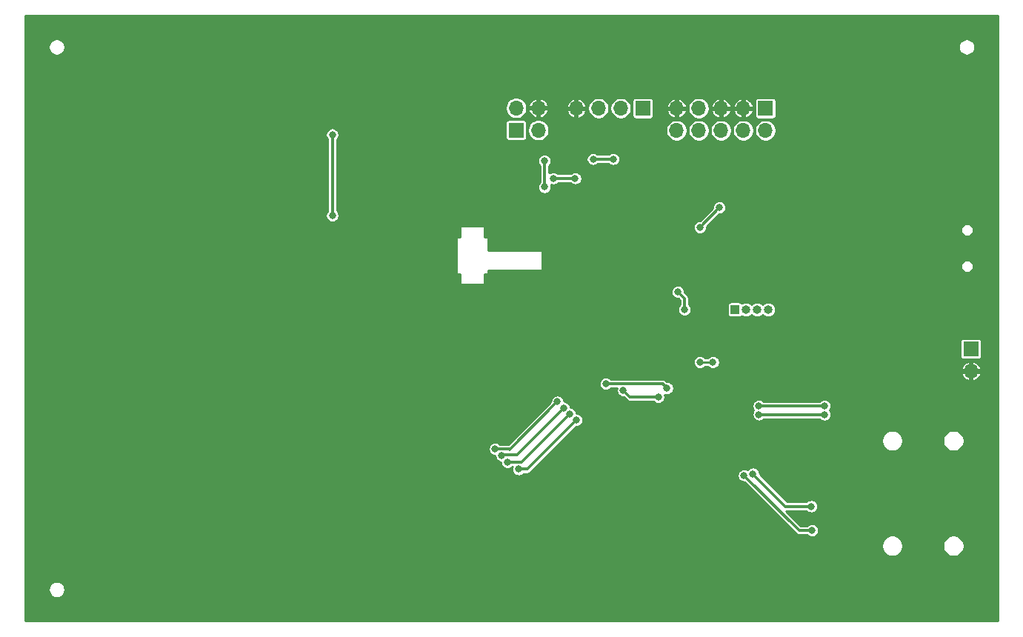
<source format=gbr>
%TF.GenerationSoftware,KiCad,Pcbnew,(5.1.9-0-10_14)*%
%TF.CreationDate,2021-02-23T19:53:59+01:00*%
%TF.ProjectId,codec_breakot,636f6465-635f-4627-9265-616b6f742e6b,rev?*%
%TF.SameCoordinates,Original*%
%TF.FileFunction,Copper,L2,Bot*%
%TF.FilePolarity,Positive*%
%FSLAX46Y46*%
G04 Gerber Fmt 4.6, Leading zero omitted, Abs format (unit mm)*
G04 Created by KiCad (PCBNEW (5.1.9-0-10_14)) date 2021-02-23 19:53:59*
%MOMM*%
%LPD*%
G01*
G04 APERTURE LIST*
%TA.AperFunction,ComponentPad*%
%ADD10R,1.000000X1.000000*%
%TD*%
%TA.AperFunction,ComponentPad*%
%ADD11O,1.000000X1.000000*%
%TD*%
%TA.AperFunction,ComponentPad*%
%ADD12R,1.700000X1.700000*%
%TD*%
%TA.AperFunction,ComponentPad*%
%ADD13O,1.700000X1.700000*%
%TD*%
%TA.AperFunction,ViaPad*%
%ADD14C,0.800000*%
%TD*%
%TA.AperFunction,ViaPad*%
%ADD15C,0.500000*%
%TD*%
%TA.AperFunction,Conductor*%
%ADD16C,0.300000*%
%TD*%
%TA.AperFunction,Conductor*%
%ADD17C,0.250000*%
%TD*%
%TA.AperFunction,Conductor*%
%ADD18C,0.100000*%
%TD*%
G04 APERTURE END LIST*
D10*
%TO.P,J9,1*%
%TO.N,DEBUG1*%
X169500000Y-78000000D03*
D11*
%TO.P,J9,2*%
%TO.N,DEBUG2*%
X170770000Y-78000000D03*
%TO.P,J9,3*%
%TO.N,DEBUG3*%
X172040000Y-78000000D03*
%TO.P,J9,4*%
%TO.N,DEBUG4*%
X173310000Y-78000000D03*
%TD*%
D12*
%TO.P,J6,1*%
%TO.N,+3V3*%
X173000000Y-55000000D03*
D13*
%TO.P,J6,2*%
%TO.N,SWDIO*%
X173000000Y-57540000D03*
%TO.P,J6,3*%
%TO.N,GND*%
X170460000Y-55000000D03*
%TO.P,J6,4*%
%TO.N,SWCLK*%
X170460000Y-57540000D03*
%TO.P,J6,5*%
%TO.N,GND*%
X167920000Y-55000000D03*
%TO.P,J6,6*%
%TO.N,SWO*%
X167920000Y-57540000D03*
%TO.P,J6,7*%
%TO.N,Net-(J6-Pad7)*%
X165380000Y-55000000D03*
%TO.P,J6,8*%
%TO.N,Net-(J6-Pad8)*%
X165380000Y-57540000D03*
%TO.P,J6,9*%
%TO.N,GND*%
X162840000Y-55000000D03*
%TO.P,J6,10*%
%TO.N,NRST*%
X162840000Y-57540000D03*
%TD*%
D12*
%TO.P,J4,1*%
%TO.N,VCC*%
X196500000Y-82500000D03*
D13*
%TO.P,J4,2*%
%TO.N,GND*%
X196500000Y-85040000D03*
%TD*%
D12*
%TO.P,J2,1*%
%TO.N,Net-(J2-Pad1)*%
X144500000Y-57500000D03*
D13*
%TO.P,J2,2*%
%TO.N,+3V3*%
X144500000Y-54960000D03*
%TO.P,J2,3*%
%TO.N,Net-(J2-Pad1)*%
X147040000Y-57500000D03*
%TO.P,J2,4*%
%TO.N,GND*%
X147040000Y-54960000D03*
%TD*%
D12*
%TO.P,J1,1*%
%TO.N,+3V3*%
X159000000Y-55000000D03*
D13*
%TO.P,J1,2*%
%TO.N,UART_TX*%
X156460000Y-55000000D03*
%TO.P,J1,3*%
%TO.N,UART_RX*%
X153920000Y-55000000D03*
%TO.P,J1,4*%
%TO.N,GND*%
X151380000Y-55000000D03*
%TD*%
D14*
%TO.N,GND*%
X131000000Y-56400000D03*
X133600000Y-55100000D03*
X134700000Y-56200000D03*
X128400000Y-57200000D03*
X127300000Y-56200000D03*
X128700000Y-64400000D03*
X127700000Y-63500000D03*
X125200000Y-62000000D03*
X126700000Y-62000000D03*
X134000000Y-61200000D03*
X143200000Y-67400000D03*
X148800000Y-69100000D03*
X147500000Y-75200000D03*
X148700000Y-78000000D03*
X145900000Y-81500000D03*
X145900000Y-83000000D03*
X145300000Y-85200000D03*
X146400000Y-86500000D03*
X144600000Y-79200000D03*
X143500000Y-80300000D03*
X142000000Y-80300000D03*
X153000000Y-82800000D03*
X160250000Y-64950000D03*
X137500000Y-83400000D03*
X136000000Y-83400000D03*
X163100000Y-93500000D03*
X170800000Y-84000000D03*
X172000000Y-84700000D03*
X179800000Y-84400000D03*
X181000000Y-85800000D03*
X182300000Y-83300000D03*
X184200000Y-84800000D03*
X181600000Y-77700000D03*
X183300000Y-76000000D03*
X184500000Y-74700000D03*
X197600000Y-89300000D03*
X193700000Y-89300000D03*
X197500000Y-101300000D03*
X193600000Y-101300000D03*
X169500000Y-87000000D03*
X161750000Y-64950000D03*
D15*
X137800000Y-68100000D03*
X143400000Y-73800000D03*
X141600000Y-73800000D03*
X139500000Y-75400000D03*
X137400000Y-74400000D03*
X137400000Y-71000000D03*
X139500000Y-68100000D03*
X144800000Y-71000000D03*
X141600000Y-71000000D03*
X141200000Y-68100000D03*
X141200000Y-69400000D03*
X143200000Y-71000000D03*
X137400000Y-69400000D03*
X137400000Y-72600000D03*
X137800000Y-75400000D03*
X141200000Y-75400000D03*
D14*
X166750000Y-94250000D03*
X164250000Y-92250000D03*
X163250000Y-89250000D03*
X144500000Y-63750000D03*
X146000000Y-63750000D03*
X159250000Y-81000000D03*
X159250000Y-82500000D03*
X159500000Y-84250000D03*
X159750000Y-63750000D03*
X171750000Y-94250000D03*
X163750000Y-64250000D03*
X138250000Y-64000000D03*
X135750000Y-64000000D03*
X135250000Y-58500000D03*
X137750000Y-58500000D03*
X194500000Y-69250000D03*
X193500000Y-69250000D03*
X193500000Y-68250000D03*
X194500000Y-68250000D03*
X190250000Y-69250000D03*
%TO.N,Net-(C21-Pad1)*%
X179750000Y-90000000D03*
X172250000Y-90000000D03*
%TO.N,Net-(C22-Pad1)*%
X179750000Y-89000000D03*
X172250000Y-89000000D03*
%TO.N,Net-(C24-Pad2)*%
X171575000Y-96775000D03*
X178250000Y-100500000D03*
%TO.N,Net-(C25-Pad2)*%
X170550000Y-96950000D03*
X178325000Y-103250000D03*
%TO.N,TOUCH_3*%
X150653095Y-89950058D03*
X143502753Y-95453414D03*
%TO.N,TOUCH_2*%
X149932108Y-89257108D03*
X142875000Y-94675000D03*
%TO.N,TOUCH_1*%
X149225000Y-88550000D03*
X142100000Y-93925000D03*
%TO.N,TOUCH_4*%
X151388543Y-90627643D03*
X144800000Y-96250000D03*
%TO.N,SWDIO*%
X165500000Y-68600000D03*
X167750000Y-66350000D03*
%TO.N,SWO*%
X155600000Y-60800000D03*
X153300000Y-60800000D03*
%TO.N,BOOT0*%
X147750000Y-61000000D03*
X147750000Y-64000000D03*
%TO.N,ACC_SCL*%
X151250000Y-63000000D03*
X148750000Y-63000000D03*
%TO.N,CODEC_SCL*%
X161750000Y-87000000D03*
X154750000Y-86500000D03*
%TO.N,CODEC_SDA*%
X160750000Y-88000000D03*
X156750000Y-87250000D03*
%TO.N,ACC_INT*%
X123500000Y-67250000D03*
X123500000Y-58000000D03*
%TO.N,CODEC_LRCLK*%
X165500000Y-84000000D03*
X167000000Y-84000000D03*
%TO.N,CODEC_DACDAT*%
X163000000Y-76000000D03*
X163750000Y-78000000D03*
%TD*%
D16*
%TO.N,Net-(C21-Pad1)*%
X179750000Y-90000000D02*
X172250000Y-90000000D01*
%TO.N,Net-(C22-Pad1)*%
X179750000Y-89000000D02*
X172250000Y-89000000D01*
%TO.N,Net-(C24-Pad2)*%
X175300000Y-100500000D02*
X171575000Y-96775000D01*
X178250000Y-100500000D02*
X175300000Y-100500000D01*
%TO.N,Net-(C25-Pad2)*%
X176850000Y-103250000D02*
X170550000Y-96950000D01*
X178325000Y-103250000D02*
X176850000Y-103250000D01*
%TO.N,TOUCH_3*%
X145149739Y-95453414D02*
X143502753Y-95453414D01*
X150653095Y-89950058D02*
X145149739Y-95453414D01*
%TO.N,TOUCH_2*%
X149932108Y-89257108D02*
X144614216Y-94575000D01*
X142975000Y-94575000D02*
X142875000Y-94675000D01*
X144614216Y-94575000D02*
X142975000Y-94575000D01*
%TO.N,TOUCH_1*%
X149225000Y-88550000D02*
X143800000Y-93975000D01*
X143800000Y-93975000D02*
X143750000Y-93925000D01*
X143750000Y-93925000D02*
X142100000Y-93925000D01*
%TO.N,TOUCH_4*%
X145766186Y-96250000D02*
X144800000Y-96250000D01*
X151388543Y-90627643D02*
X145766186Y-96250000D01*
%TO.N,SWDIO*%
X165500000Y-68600000D02*
X167750000Y-66350000D01*
%TO.N,SWO*%
X153300000Y-60800000D02*
X155600000Y-60800000D01*
%TO.N,BOOT0*%
X147750000Y-64000000D02*
X147750000Y-61000000D01*
%TO.N,ACC_SCL*%
X148750000Y-63000000D02*
X151250000Y-63000000D01*
%TO.N,CODEC_SCL*%
X161250000Y-86500000D02*
X161750000Y-87000000D01*
X154750000Y-86500000D02*
X161250000Y-86500000D01*
%TO.N,CODEC_SDA*%
X157500000Y-88000000D02*
X160750000Y-88000000D01*
X156750000Y-87250000D02*
X157500000Y-88000000D01*
%TO.N,ACC_INT*%
X123500000Y-58000000D02*
X123500000Y-67250000D01*
D17*
%TO.N,CODEC_LRCLK*%
X167000000Y-84000000D02*
X165500000Y-84000000D01*
D16*
%TO.N,CODEC_DACDAT*%
X163000000Y-76000000D02*
X163750000Y-76750000D01*
X163750000Y-76750000D02*
X163750000Y-78000000D01*
%TD*%
D17*
%TO.N,GND*%
X199575001Y-113575000D02*
X88425000Y-113575000D01*
X88425000Y-109906335D01*
X91049000Y-109906335D01*
X91049000Y-110093665D01*
X91085547Y-110277396D01*
X91157235Y-110450467D01*
X91261310Y-110606227D01*
X91393773Y-110738690D01*
X91549533Y-110842765D01*
X91722604Y-110914453D01*
X91906335Y-110951000D01*
X92093665Y-110951000D01*
X92277396Y-110914453D01*
X92450467Y-110842765D01*
X92606227Y-110738690D01*
X92738690Y-110606227D01*
X92842765Y-110450467D01*
X92914453Y-110277396D01*
X92951000Y-110093665D01*
X92951000Y-109906335D01*
X92914453Y-109722604D01*
X92842765Y-109549533D01*
X92738690Y-109393773D01*
X92606227Y-109261310D01*
X92450467Y-109157235D01*
X92277396Y-109085547D01*
X92093665Y-109049000D01*
X91906335Y-109049000D01*
X91722604Y-109085547D01*
X91549533Y-109157235D01*
X91393773Y-109261310D01*
X91261310Y-109393773D01*
X91157235Y-109549533D01*
X91085547Y-109722604D01*
X91049000Y-109906335D01*
X88425000Y-109906335D01*
X88425000Y-104879348D01*
X186275000Y-104879348D01*
X186275000Y-105120652D01*
X186322076Y-105357319D01*
X186414419Y-105580255D01*
X186548481Y-105780892D01*
X186719108Y-105951519D01*
X186919745Y-106085581D01*
X187142681Y-106177924D01*
X187379348Y-106225000D01*
X187620652Y-106225000D01*
X187857319Y-106177924D01*
X188080255Y-106085581D01*
X188280892Y-105951519D01*
X188451519Y-105780892D01*
X188585581Y-105580255D01*
X188677924Y-105357319D01*
X188725000Y-105120652D01*
X188725000Y-104879348D01*
X193275000Y-104879348D01*
X193275000Y-105120652D01*
X193322076Y-105357319D01*
X193414419Y-105580255D01*
X193548481Y-105780892D01*
X193719108Y-105951519D01*
X193919745Y-106085581D01*
X194142681Y-106177924D01*
X194379348Y-106225000D01*
X194620652Y-106225000D01*
X194857319Y-106177924D01*
X195080255Y-106085581D01*
X195280892Y-105951519D01*
X195451519Y-105780892D01*
X195585581Y-105580255D01*
X195677924Y-105357319D01*
X195725000Y-105120652D01*
X195725000Y-104879348D01*
X195677924Y-104642681D01*
X195585581Y-104419745D01*
X195451519Y-104219108D01*
X195280892Y-104048481D01*
X195080255Y-103914419D01*
X194857319Y-103822076D01*
X194620652Y-103775000D01*
X194379348Y-103775000D01*
X194142681Y-103822076D01*
X193919745Y-103914419D01*
X193719108Y-104048481D01*
X193548481Y-104219108D01*
X193414419Y-104419745D01*
X193322076Y-104642681D01*
X193275000Y-104879348D01*
X188725000Y-104879348D01*
X188677924Y-104642681D01*
X188585581Y-104419745D01*
X188451519Y-104219108D01*
X188280892Y-104048481D01*
X188080255Y-103914419D01*
X187857319Y-103822076D01*
X187620652Y-103775000D01*
X187379348Y-103775000D01*
X187142681Y-103822076D01*
X186919745Y-103914419D01*
X186719108Y-104048481D01*
X186548481Y-104219108D01*
X186414419Y-104419745D01*
X186322076Y-104642681D01*
X186275000Y-104879348D01*
X88425000Y-104879348D01*
X88425000Y-93848669D01*
X141325000Y-93848669D01*
X141325000Y-94001331D01*
X141354783Y-94151059D01*
X141413204Y-94292100D01*
X141498018Y-94419034D01*
X141605966Y-94526982D01*
X141732900Y-94611796D01*
X141873941Y-94670217D01*
X142023669Y-94700000D01*
X142100000Y-94700000D01*
X142100000Y-94751331D01*
X142129783Y-94901059D01*
X142188204Y-95042100D01*
X142273018Y-95169034D01*
X142380966Y-95276982D01*
X142507900Y-95361796D01*
X142648941Y-95420217D01*
X142727753Y-95435894D01*
X142727753Y-95529745D01*
X142757536Y-95679473D01*
X142815957Y-95820514D01*
X142900771Y-95947448D01*
X143008719Y-96055396D01*
X143135653Y-96140210D01*
X143276694Y-96198631D01*
X143426422Y-96228414D01*
X143579084Y-96228414D01*
X143728812Y-96198631D01*
X143869853Y-96140210D01*
X143996787Y-96055396D01*
X144073550Y-95978633D01*
X144054783Y-96023941D01*
X144025000Y-96173669D01*
X144025000Y-96326331D01*
X144054783Y-96476059D01*
X144113204Y-96617100D01*
X144198018Y-96744034D01*
X144305966Y-96851982D01*
X144432900Y-96936796D01*
X144573941Y-96995217D01*
X144723669Y-97025000D01*
X144876331Y-97025000D01*
X145026059Y-96995217D01*
X145167100Y-96936796D01*
X145261576Y-96873669D01*
X169775000Y-96873669D01*
X169775000Y-97026331D01*
X169804783Y-97176059D01*
X169863204Y-97317100D01*
X169948018Y-97444034D01*
X170055966Y-97551982D01*
X170182900Y-97636796D01*
X170323941Y-97695217D01*
X170473669Y-97725000D01*
X170582539Y-97725000D01*
X176460534Y-103602996D01*
X176476973Y-103623027D01*
X176556914Y-103688633D01*
X176648119Y-103737383D01*
X176747082Y-103767403D01*
X176824212Y-103775000D01*
X176824219Y-103775000D01*
X176849999Y-103777539D01*
X176875779Y-103775000D01*
X177753984Y-103775000D01*
X177830966Y-103851982D01*
X177957900Y-103936796D01*
X178098941Y-103995217D01*
X178248669Y-104025000D01*
X178401331Y-104025000D01*
X178551059Y-103995217D01*
X178692100Y-103936796D01*
X178819034Y-103851982D01*
X178926982Y-103744034D01*
X179011796Y-103617100D01*
X179070217Y-103476059D01*
X179100000Y-103326331D01*
X179100000Y-103173669D01*
X179070217Y-103023941D01*
X179011796Y-102882900D01*
X178926982Y-102755966D01*
X178819034Y-102648018D01*
X178692100Y-102563204D01*
X178551059Y-102504783D01*
X178401331Y-102475000D01*
X178248669Y-102475000D01*
X178098941Y-102504783D01*
X177957900Y-102563204D01*
X177830966Y-102648018D01*
X177753984Y-102725000D01*
X177067462Y-102725000D01*
X175367462Y-101025000D01*
X177678984Y-101025000D01*
X177755966Y-101101982D01*
X177882900Y-101186796D01*
X178023941Y-101245217D01*
X178173669Y-101275000D01*
X178326331Y-101275000D01*
X178476059Y-101245217D01*
X178617100Y-101186796D01*
X178744034Y-101101982D01*
X178851982Y-100994034D01*
X178936796Y-100867100D01*
X178995217Y-100726059D01*
X179025000Y-100576331D01*
X179025000Y-100423669D01*
X178995217Y-100273941D01*
X178936796Y-100132900D01*
X178851982Y-100005966D01*
X178744034Y-99898018D01*
X178617100Y-99813204D01*
X178476059Y-99754783D01*
X178326331Y-99725000D01*
X178173669Y-99725000D01*
X178023941Y-99754783D01*
X177882900Y-99813204D01*
X177755966Y-99898018D01*
X177678984Y-99975000D01*
X175517462Y-99975000D01*
X172350000Y-96807539D01*
X172350000Y-96698669D01*
X172320217Y-96548941D01*
X172261796Y-96407900D01*
X172176982Y-96280966D01*
X172069034Y-96173018D01*
X171942100Y-96088204D01*
X171801059Y-96029783D01*
X171651331Y-96000000D01*
X171498669Y-96000000D01*
X171348941Y-96029783D01*
X171207900Y-96088204D01*
X171080966Y-96173018D01*
X170973018Y-96280966D01*
X170963964Y-96294517D01*
X170917100Y-96263204D01*
X170776059Y-96204783D01*
X170626331Y-96175000D01*
X170473669Y-96175000D01*
X170323941Y-96204783D01*
X170182900Y-96263204D01*
X170055966Y-96348018D01*
X169948018Y-96455966D01*
X169863204Y-96582900D01*
X169804783Y-96723941D01*
X169775000Y-96873669D01*
X145261576Y-96873669D01*
X145294034Y-96851982D01*
X145371016Y-96775000D01*
X145740406Y-96775000D01*
X145766186Y-96777539D01*
X145791966Y-96775000D01*
X145791974Y-96775000D01*
X145869104Y-96767403D01*
X145968067Y-96737383D01*
X146059272Y-96688633D01*
X146139213Y-96623027D01*
X146155657Y-96602990D01*
X149879299Y-92879348D01*
X186275000Y-92879348D01*
X186275000Y-93120652D01*
X186322076Y-93357319D01*
X186414419Y-93580255D01*
X186548481Y-93780892D01*
X186719108Y-93951519D01*
X186919745Y-94085581D01*
X187142681Y-94177924D01*
X187379348Y-94225000D01*
X187620652Y-94225000D01*
X187857319Y-94177924D01*
X188080255Y-94085581D01*
X188280892Y-93951519D01*
X188451519Y-93780892D01*
X188585581Y-93580255D01*
X188677924Y-93357319D01*
X188725000Y-93120652D01*
X188725000Y-92879348D01*
X193275000Y-92879348D01*
X193275000Y-93120652D01*
X193322076Y-93357319D01*
X193414419Y-93580255D01*
X193548481Y-93780892D01*
X193719108Y-93951519D01*
X193919745Y-94085581D01*
X194142681Y-94177924D01*
X194379348Y-94225000D01*
X194620652Y-94225000D01*
X194857319Y-94177924D01*
X195080255Y-94085581D01*
X195280892Y-93951519D01*
X195451519Y-93780892D01*
X195585581Y-93580255D01*
X195677924Y-93357319D01*
X195725000Y-93120652D01*
X195725000Y-92879348D01*
X195677924Y-92642681D01*
X195585581Y-92419745D01*
X195451519Y-92219108D01*
X195280892Y-92048481D01*
X195080255Y-91914419D01*
X194857319Y-91822076D01*
X194620652Y-91775000D01*
X194379348Y-91775000D01*
X194142681Y-91822076D01*
X193919745Y-91914419D01*
X193719108Y-92048481D01*
X193548481Y-92219108D01*
X193414419Y-92419745D01*
X193322076Y-92642681D01*
X193275000Y-92879348D01*
X188725000Y-92879348D01*
X188677924Y-92642681D01*
X188585581Y-92419745D01*
X188451519Y-92219108D01*
X188280892Y-92048481D01*
X188080255Y-91914419D01*
X187857319Y-91822076D01*
X187620652Y-91775000D01*
X187379348Y-91775000D01*
X187142681Y-91822076D01*
X186919745Y-91914419D01*
X186719108Y-92048481D01*
X186548481Y-92219108D01*
X186414419Y-92419745D01*
X186322076Y-92642681D01*
X186275000Y-92879348D01*
X149879299Y-92879348D01*
X151356005Y-91402643D01*
X151464874Y-91402643D01*
X151614602Y-91372860D01*
X151755643Y-91314439D01*
X151882577Y-91229625D01*
X151990525Y-91121677D01*
X152075339Y-90994743D01*
X152133760Y-90853702D01*
X152163543Y-90703974D01*
X152163543Y-90551312D01*
X152133760Y-90401584D01*
X152075339Y-90260543D01*
X151990525Y-90133609D01*
X151882577Y-90025661D01*
X151755643Y-89940847D01*
X151614602Y-89882426D01*
X151464874Y-89852643D01*
X151423901Y-89852643D01*
X151398312Y-89723999D01*
X151339891Y-89582958D01*
X151255077Y-89456024D01*
X151147129Y-89348076D01*
X151020195Y-89263262D01*
X150879154Y-89204841D01*
X150729426Y-89175058D01*
X150705970Y-89175058D01*
X150677325Y-89031049D01*
X150632847Y-88923669D01*
X171475000Y-88923669D01*
X171475000Y-89076331D01*
X171504783Y-89226059D01*
X171563204Y-89367100D01*
X171648018Y-89494034D01*
X171653984Y-89500000D01*
X171648018Y-89505966D01*
X171563204Y-89632900D01*
X171504783Y-89773941D01*
X171475000Y-89923669D01*
X171475000Y-90076331D01*
X171504783Y-90226059D01*
X171563204Y-90367100D01*
X171648018Y-90494034D01*
X171755966Y-90601982D01*
X171882900Y-90686796D01*
X172023941Y-90745217D01*
X172173669Y-90775000D01*
X172326331Y-90775000D01*
X172476059Y-90745217D01*
X172617100Y-90686796D01*
X172744034Y-90601982D01*
X172821016Y-90525000D01*
X179178984Y-90525000D01*
X179255966Y-90601982D01*
X179382900Y-90686796D01*
X179523941Y-90745217D01*
X179673669Y-90775000D01*
X179826331Y-90775000D01*
X179976059Y-90745217D01*
X180117100Y-90686796D01*
X180244034Y-90601982D01*
X180351982Y-90494034D01*
X180436796Y-90367100D01*
X180495217Y-90226059D01*
X180525000Y-90076331D01*
X180525000Y-89923669D01*
X180495217Y-89773941D01*
X180436796Y-89632900D01*
X180351982Y-89505966D01*
X180346016Y-89500000D01*
X180351982Y-89494034D01*
X180436796Y-89367100D01*
X180495217Y-89226059D01*
X180525000Y-89076331D01*
X180525000Y-88923669D01*
X180495217Y-88773941D01*
X180436796Y-88632900D01*
X180351982Y-88505966D01*
X180244034Y-88398018D01*
X180117100Y-88313204D01*
X179976059Y-88254783D01*
X179826331Y-88225000D01*
X179673669Y-88225000D01*
X179523941Y-88254783D01*
X179382900Y-88313204D01*
X179255966Y-88398018D01*
X179178984Y-88475000D01*
X172821016Y-88475000D01*
X172744034Y-88398018D01*
X172617100Y-88313204D01*
X172476059Y-88254783D01*
X172326331Y-88225000D01*
X172173669Y-88225000D01*
X172023941Y-88254783D01*
X171882900Y-88313204D01*
X171755966Y-88398018D01*
X171648018Y-88505966D01*
X171563204Y-88632900D01*
X171504783Y-88773941D01*
X171475000Y-88923669D01*
X150632847Y-88923669D01*
X150618904Y-88890008D01*
X150534090Y-88763074D01*
X150426142Y-88655126D01*
X150299208Y-88570312D01*
X150158167Y-88511891D01*
X150008439Y-88482108D01*
X150000000Y-88482108D01*
X150000000Y-88473669D01*
X149970217Y-88323941D01*
X149911796Y-88182900D01*
X149826982Y-88055966D01*
X149719034Y-87948018D01*
X149592100Y-87863204D01*
X149451059Y-87804783D01*
X149301331Y-87775000D01*
X149148669Y-87775000D01*
X148998941Y-87804783D01*
X148857900Y-87863204D01*
X148730966Y-87948018D01*
X148623018Y-88055966D01*
X148538204Y-88182900D01*
X148479783Y-88323941D01*
X148450000Y-88473669D01*
X148450000Y-88582538D01*
X143632539Y-93400000D01*
X142671016Y-93400000D01*
X142594034Y-93323018D01*
X142467100Y-93238204D01*
X142326059Y-93179783D01*
X142176331Y-93150000D01*
X142023669Y-93150000D01*
X141873941Y-93179783D01*
X141732900Y-93238204D01*
X141605966Y-93323018D01*
X141498018Y-93430966D01*
X141413204Y-93557900D01*
X141354783Y-93698941D01*
X141325000Y-93848669D01*
X88425000Y-93848669D01*
X88425000Y-86423669D01*
X153975000Y-86423669D01*
X153975000Y-86576331D01*
X154004783Y-86726059D01*
X154063204Y-86867100D01*
X154148018Y-86994034D01*
X154255966Y-87101982D01*
X154382900Y-87186796D01*
X154523941Y-87245217D01*
X154673669Y-87275000D01*
X154826331Y-87275000D01*
X154976059Y-87245217D01*
X155117100Y-87186796D01*
X155244034Y-87101982D01*
X155321016Y-87025000D01*
X156004572Y-87025000D01*
X155975000Y-87173669D01*
X155975000Y-87326331D01*
X156004783Y-87476059D01*
X156063204Y-87617100D01*
X156148018Y-87744034D01*
X156255966Y-87851982D01*
X156382900Y-87936796D01*
X156523941Y-87995217D01*
X156673669Y-88025000D01*
X156782538Y-88025000D01*
X157110534Y-88352995D01*
X157126973Y-88373027D01*
X157206914Y-88438633D01*
X157298119Y-88487383D01*
X157397082Y-88517403D01*
X157474212Y-88525000D01*
X157474219Y-88525000D01*
X157499999Y-88527539D01*
X157525779Y-88525000D01*
X160178984Y-88525000D01*
X160255966Y-88601982D01*
X160382900Y-88686796D01*
X160523941Y-88745217D01*
X160673669Y-88775000D01*
X160826331Y-88775000D01*
X160976059Y-88745217D01*
X161117100Y-88686796D01*
X161244034Y-88601982D01*
X161351982Y-88494034D01*
X161436796Y-88367100D01*
X161495217Y-88226059D01*
X161525000Y-88076331D01*
X161525000Y-87923669D01*
X161495217Y-87773941D01*
X161474906Y-87724906D01*
X161523941Y-87745217D01*
X161673669Y-87775000D01*
X161826331Y-87775000D01*
X161976059Y-87745217D01*
X162117100Y-87686796D01*
X162244034Y-87601982D01*
X162351982Y-87494034D01*
X162436796Y-87367100D01*
X162495217Y-87226059D01*
X162525000Y-87076331D01*
X162525000Y-86923669D01*
X162495217Y-86773941D01*
X162436796Y-86632900D01*
X162351982Y-86505966D01*
X162244034Y-86398018D01*
X162117100Y-86313204D01*
X161976059Y-86254783D01*
X161826331Y-86225000D01*
X161717461Y-86225000D01*
X161639470Y-86147009D01*
X161623027Y-86126973D01*
X161543086Y-86061367D01*
X161451881Y-86012617D01*
X161352918Y-85982597D01*
X161275788Y-85975000D01*
X161275780Y-85975000D01*
X161250000Y-85972461D01*
X161224220Y-85975000D01*
X155321016Y-85975000D01*
X155244034Y-85898018D01*
X155117100Y-85813204D01*
X154976059Y-85754783D01*
X154826331Y-85725000D01*
X154673669Y-85725000D01*
X154523941Y-85754783D01*
X154382900Y-85813204D01*
X154255966Y-85898018D01*
X154148018Y-86005966D01*
X154063204Y-86132900D01*
X154004783Y-86273941D01*
X153975000Y-86423669D01*
X88425000Y-86423669D01*
X88425000Y-85350111D01*
X195366662Y-85350111D01*
X195385369Y-85411803D01*
X195479322Y-85622113D01*
X195612499Y-85810052D01*
X195779782Y-85968398D01*
X195974742Y-86091067D01*
X196189888Y-86173344D01*
X196371000Y-86126653D01*
X196371000Y-85169000D01*
X196629000Y-85169000D01*
X196629000Y-86126653D01*
X196810112Y-86173344D01*
X197025258Y-86091067D01*
X197220218Y-85968398D01*
X197387501Y-85810052D01*
X197520678Y-85622113D01*
X197614631Y-85411803D01*
X197633338Y-85350111D01*
X197586116Y-85169000D01*
X196629000Y-85169000D01*
X196371000Y-85169000D01*
X195413884Y-85169000D01*
X195366662Y-85350111D01*
X88425000Y-85350111D01*
X88425000Y-83923669D01*
X164725000Y-83923669D01*
X164725000Y-84076331D01*
X164754783Y-84226059D01*
X164813204Y-84367100D01*
X164898018Y-84494034D01*
X165005966Y-84601982D01*
X165132900Y-84686796D01*
X165273941Y-84745217D01*
X165423669Y-84775000D01*
X165576331Y-84775000D01*
X165726059Y-84745217D01*
X165867100Y-84686796D01*
X165994034Y-84601982D01*
X166096016Y-84500000D01*
X166403984Y-84500000D01*
X166505966Y-84601982D01*
X166632900Y-84686796D01*
X166773941Y-84745217D01*
X166923669Y-84775000D01*
X167076331Y-84775000D01*
X167226059Y-84745217D01*
X167263064Y-84729889D01*
X195366662Y-84729889D01*
X195413884Y-84911000D01*
X196371000Y-84911000D01*
X196371000Y-83953347D01*
X196629000Y-83953347D01*
X196629000Y-84911000D01*
X197586116Y-84911000D01*
X197633338Y-84729889D01*
X197614631Y-84668197D01*
X197520678Y-84457887D01*
X197387501Y-84269948D01*
X197220218Y-84111602D01*
X197025258Y-83988933D01*
X196810112Y-83906656D01*
X196629000Y-83953347D01*
X196371000Y-83953347D01*
X196189888Y-83906656D01*
X195974742Y-83988933D01*
X195779782Y-84111602D01*
X195612499Y-84269948D01*
X195479322Y-84457887D01*
X195385369Y-84668197D01*
X195366662Y-84729889D01*
X167263064Y-84729889D01*
X167367100Y-84686796D01*
X167494034Y-84601982D01*
X167601982Y-84494034D01*
X167686796Y-84367100D01*
X167745217Y-84226059D01*
X167775000Y-84076331D01*
X167775000Y-83923669D01*
X167745217Y-83773941D01*
X167686796Y-83632900D01*
X167601982Y-83505966D01*
X167494034Y-83398018D01*
X167367100Y-83313204D01*
X167226059Y-83254783D01*
X167076331Y-83225000D01*
X166923669Y-83225000D01*
X166773941Y-83254783D01*
X166632900Y-83313204D01*
X166505966Y-83398018D01*
X166403984Y-83500000D01*
X166096016Y-83500000D01*
X165994034Y-83398018D01*
X165867100Y-83313204D01*
X165726059Y-83254783D01*
X165576331Y-83225000D01*
X165423669Y-83225000D01*
X165273941Y-83254783D01*
X165132900Y-83313204D01*
X165005966Y-83398018D01*
X164898018Y-83505966D01*
X164813204Y-83632900D01*
X164754783Y-83773941D01*
X164725000Y-83923669D01*
X88425000Y-83923669D01*
X88425000Y-81650000D01*
X195273186Y-81650000D01*
X195273186Y-83350000D01*
X195280426Y-83423513D01*
X195301869Y-83494200D01*
X195336691Y-83559347D01*
X195383552Y-83616448D01*
X195440653Y-83663309D01*
X195505800Y-83698131D01*
X195576487Y-83719574D01*
X195650000Y-83726814D01*
X197350000Y-83726814D01*
X197423513Y-83719574D01*
X197494200Y-83698131D01*
X197559347Y-83663309D01*
X197616448Y-83616448D01*
X197663309Y-83559347D01*
X197698131Y-83494200D01*
X197719574Y-83423513D01*
X197726814Y-83350000D01*
X197726814Y-81650000D01*
X197719574Y-81576487D01*
X197698131Y-81505800D01*
X197663309Y-81440653D01*
X197616448Y-81383552D01*
X197559347Y-81336691D01*
X197494200Y-81301869D01*
X197423513Y-81280426D01*
X197350000Y-81273186D01*
X195650000Y-81273186D01*
X195576487Y-81280426D01*
X195505800Y-81301869D01*
X195440653Y-81336691D01*
X195383552Y-81383552D01*
X195336691Y-81440653D01*
X195301869Y-81505800D01*
X195280426Y-81576487D01*
X195273186Y-81650000D01*
X88425000Y-81650000D01*
X88425000Y-75923669D01*
X162225000Y-75923669D01*
X162225000Y-76076331D01*
X162254783Y-76226059D01*
X162313204Y-76367100D01*
X162398018Y-76494034D01*
X162505966Y-76601982D01*
X162632900Y-76686796D01*
X162773941Y-76745217D01*
X162923669Y-76775000D01*
X163032538Y-76775000D01*
X163225000Y-76967462D01*
X163225001Y-77428983D01*
X163148018Y-77505966D01*
X163063204Y-77632900D01*
X163004783Y-77773941D01*
X162975000Y-77923669D01*
X162975000Y-78076331D01*
X163004783Y-78226059D01*
X163063204Y-78367100D01*
X163148018Y-78494034D01*
X163255966Y-78601982D01*
X163382900Y-78686796D01*
X163523941Y-78745217D01*
X163673669Y-78775000D01*
X163826331Y-78775000D01*
X163976059Y-78745217D01*
X164117100Y-78686796D01*
X164244034Y-78601982D01*
X164351982Y-78494034D01*
X164436796Y-78367100D01*
X164495217Y-78226059D01*
X164525000Y-78076331D01*
X164525000Y-77923669D01*
X164495217Y-77773941D01*
X164436796Y-77632900D01*
X164351982Y-77505966D01*
X164346016Y-77500000D01*
X168623186Y-77500000D01*
X168623186Y-78500000D01*
X168630426Y-78573513D01*
X168651869Y-78644200D01*
X168686691Y-78709347D01*
X168733552Y-78766448D01*
X168790653Y-78813309D01*
X168855800Y-78848131D01*
X168926487Y-78869574D01*
X169000000Y-78876814D01*
X170000000Y-78876814D01*
X170073513Y-78869574D01*
X170144200Y-78848131D01*
X170209347Y-78813309D01*
X170266448Y-78766448D01*
X170293245Y-78733796D01*
X170355532Y-78775415D01*
X170514772Y-78841374D01*
X170683820Y-78875000D01*
X170856180Y-78875000D01*
X171025228Y-78841374D01*
X171184468Y-78775415D01*
X171327780Y-78679657D01*
X171405000Y-78602437D01*
X171482220Y-78679657D01*
X171625532Y-78775415D01*
X171784772Y-78841374D01*
X171953820Y-78875000D01*
X172126180Y-78875000D01*
X172295228Y-78841374D01*
X172454468Y-78775415D01*
X172597780Y-78679657D01*
X172675000Y-78602437D01*
X172752220Y-78679657D01*
X172895532Y-78775415D01*
X173054772Y-78841374D01*
X173223820Y-78875000D01*
X173396180Y-78875000D01*
X173565228Y-78841374D01*
X173724468Y-78775415D01*
X173867780Y-78679657D01*
X173989657Y-78557780D01*
X174085415Y-78414468D01*
X174151374Y-78255228D01*
X174185000Y-78086180D01*
X174185000Y-77913820D01*
X174151374Y-77744772D01*
X174085415Y-77585532D01*
X173989657Y-77442220D01*
X173867780Y-77320343D01*
X173724468Y-77224585D01*
X173565228Y-77158626D01*
X173396180Y-77125000D01*
X173223820Y-77125000D01*
X173054772Y-77158626D01*
X172895532Y-77224585D01*
X172752220Y-77320343D01*
X172675000Y-77397563D01*
X172597780Y-77320343D01*
X172454468Y-77224585D01*
X172295228Y-77158626D01*
X172126180Y-77125000D01*
X171953820Y-77125000D01*
X171784772Y-77158626D01*
X171625532Y-77224585D01*
X171482220Y-77320343D01*
X171405000Y-77397563D01*
X171327780Y-77320343D01*
X171184468Y-77224585D01*
X171025228Y-77158626D01*
X170856180Y-77125000D01*
X170683820Y-77125000D01*
X170514772Y-77158626D01*
X170355532Y-77224585D01*
X170293245Y-77266204D01*
X170266448Y-77233552D01*
X170209347Y-77186691D01*
X170144200Y-77151869D01*
X170073513Y-77130426D01*
X170000000Y-77123186D01*
X169000000Y-77123186D01*
X168926487Y-77130426D01*
X168855800Y-77151869D01*
X168790653Y-77186691D01*
X168733552Y-77233552D01*
X168686691Y-77290653D01*
X168651869Y-77355800D01*
X168630426Y-77426487D01*
X168623186Y-77500000D01*
X164346016Y-77500000D01*
X164275000Y-77428984D01*
X164275000Y-76775779D01*
X164277539Y-76749999D01*
X164275000Y-76724219D01*
X164275000Y-76724212D01*
X164267403Y-76647082D01*
X164237383Y-76548119D01*
X164188633Y-76456914D01*
X164123027Y-76376973D01*
X164102995Y-76360534D01*
X163775000Y-76032538D01*
X163775000Y-75923669D01*
X163745217Y-75773941D01*
X163686796Y-75632900D01*
X163601982Y-75505966D01*
X163494034Y-75398018D01*
X163367100Y-75313204D01*
X163226059Y-75254783D01*
X163076331Y-75225000D01*
X162923669Y-75225000D01*
X162773941Y-75254783D01*
X162632900Y-75313204D01*
X162505966Y-75398018D01*
X162398018Y-75505966D01*
X162313204Y-75632900D01*
X162254783Y-75773941D01*
X162225000Y-75923669D01*
X88425000Y-75923669D01*
X88425000Y-69800000D01*
X137675000Y-69800000D01*
X137675000Y-73800000D01*
X137677402Y-73824386D01*
X137684515Y-73847835D01*
X137696066Y-73869446D01*
X137711612Y-73888388D01*
X137730554Y-73903934D01*
X137752165Y-73915485D01*
X137775614Y-73922598D01*
X137800000Y-73925000D01*
X138075000Y-73925000D01*
X138075000Y-75000000D01*
X138077402Y-75024386D01*
X138084515Y-75047835D01*
X138096066Y-75069446D01*
X138111612Y-75088388D01*
X138130554Y-75103934D01*
X138152165Y-75115485D01*
X138175614Y-75122598D01*
X138200000Y-75125000D01*
X140800000Y-75125000D01*
X140824386Y-75122598D01*
X140847835Y-75115485D01*
X140869446Y-75103934D01*
X140888388Y-75088388D01*
X140903934Y-75069446D01*
X140915485Y-75047835D01*
X140922598Y-75024386D01*
X140925000Y-75000000D01*
X140925000Y-73925000D01*
X141200000Y-73925000D01*
X141224386Y-73922598D01*
X141247835Y-73915485D01*
X141269446Y-73903934D01*
X141288388Y-73888388D01*
X141303934Y-73869446D01*
X141315485Y-73847835D01*
X141322598Y-73824386D01*
X141325000Y-73800000D01*
X141325000Y-73525000D01*
X147400000Y-73525000D01*
X147424386Y-73522598D01*
X147447835Y-73515485D01*
X147469446Y-73503934D01*
X147488388Y-73488388D01*
X147503934Y-73469446D01*
X147515485Y-73447835D01*
X147522598Y-73424386D01*
X147525000Y-73400000D01*
X147525000Y-73003594D01*
X195325000Y-73003594D01*
X195325000Y-73146406D01*
X195352861Y-73286475D01*
X195407513Y-73418416D01*
X195486856Y-73537161D01*
X195587839Y-73638144D01*
X195706584Y-73717487D01*
X195838525Y-73772139D01*
X195978594Y-73800000D01*
X196121406Y-73800000D01*
X196261475Y-73772139D01*
X196393416Y-73717487D01*
X196512161Y-73638144D01*
X196613144Y-73537161D01*
X196692487Y-73418416D01*
X196747139Y-73286475D01*
X196775000Y-73146406D01*
X196775000Y-73003594D01*
X196747139Y-72863525D01*
X196692487Y-72731584D01*
X196613144Y-72612839D01*
X196512161Y-72511856D01*
X196393416Y-72432513D01*
X196261475Y-72377861D01*
X196121406Y-72350000D01*
X195978594Y-72350000D01*
X195838525Y-72377861D01*
X195706584Y-72432513D01*
X195587839Y-72511856D01*
X195486856Y-72612839D01*
X195407513Y-72731584D01*
X195352861Y-72863525D01*
X195325000Y-73003594D01*
X147525000Y-73003594D01*
X147525000Y-71400000D01*
X147522598Y-71375614D01*
X147515485Y-71352165D01*
X147503934Y-71330554D01*
X147488388Y-71311612D01*
X147469446Y-71296066D01*
X147447835Y-71284515D01*
X147424386Y-71277402D01*
X147400000Y-71275000D01*
X141325000Y-71275000D01*
X141325000Y-69800000D01*
X141322598Y-69775614D01*
X141315485Y-69752165D01*
X141303934Y-69730554D01*
X141288388Y-69711612D01*
X141269446Y-69696066D01*
X141247835Y-69684515D01*
X141224386Y-69677402D01*
X141200000Y-69675000D01*
X140925000Y-69675000D01*
X140925000Y-68600000D01*
X140922598Y-68575614D01*
X140915485Y-68552165D01*
X140903934Y-68530554D01*
X140898284Y-68523669D01*
X164725000Y-68523669D01*
X164725000Y-68676331D01*
X164754783Y-68826059D01*
X164813204Y-68967100D01*
X164898018Y-69094034D01*
X165005966Y-69201982D01*
X165132900Y-69286796D01*
X165273941Y-69345217D01*
X165423669Y-69375000D01*
X165576331Y-69375000D01*
X165726059Y-69345217D01*
X165867100Y-69286796D01*
X165994034Y-69201982D01*
X166101982Y-69094034D01*
X166186796Y-68967100D01*
X166233811Y-68853594D01*
X195325000Y-68853594D01*
X195325000Y-68996406D01*
X195352861Y-69136475D01*
X195407513Y-69268416D01*
X195486856Y-69387161D01*
X195587839Y-69488144D01*
X195706584Y-69567487D01*
X195838525Y-69622139D01*
X195978594Y-69650000D01*
X196121406Y-69650000D01*
X196261475Y-69622139D01*
X196393416Y-69567487D01*
X196512161Y-69488144D01*
X196613144Y-69387161D01*
X196692487Y-69268416D01*
X196747139Y-69136475D01*
X196775000Y-68996406D01*
X196775000Y-68853594D01*
X196747139Y-68713525D01*
X196692487Y-68581584D01*
X196613144Y-68462839D01*
X196512161Y-68361856D01*
X196393416Y-68282513D01*
X196261475Y-68227861D01*
X196121406Y-68200000D01*
X195978594Y-68200000D01*
X195838525Y-68227861D01*
X195706584Y-68282513D01*
X195587839Y-68361856D01*
X195486856Y-68462839D01*
X195407513Y-68581584D01*
X195352861Y-68713525D01*
X195325000Y-68853594D01*
X166233811Y-68853594D01*
X166245217Y-68826059D01*
X166275000Y-68676331D01*
X166275000Y-68567461D01*
X167717462Y-67125000D01*
X167826331Y-67125000D01*
X167976059Y-67095217D01*
X168117100Y-67036796D01*
X168244034Y-66951982D01*
X168351982Y-66844034D01*
X168436796Y-66717100D01*
X168495217Y-66576059D01*
X168525000Y-66426331D01*
X168525000Y-66273669D01*
X168495217Y-66123941D01*
X168436796Y-65982900D01*
X168351982Y-65855966D01*
X168244034Y-65748018D01*
X168117100Y-65663204D01*
X167976059Y-65604783D01*
X167826331Y-65575000D01*
X167673669Y-65575000D01*
X167523941Y-65604783D01*
X167382900Y-65663204D01*
X167255966Y-65748018D01*
X167148018Y-65855966D01*
X167063204Y-65982900D01*
X167004783Y-66123941D01*
X166975000Y-66273669D01*
X166975000Y-66382538D01*
X165532539Y-67825000D01*
X165423669Y-67825000D01*
X165273941Y-67854783D01*
X165132900Y-67913204D01*
X165005966Y-67998018D01*
X164898018Y-68105966D01*
X164813204Y-68232900D01*
X164754783Y-68373941D01*
X164725000Y-68523669D01*
X140898284Y-68523669D01*
X140888388Y-68511612D01*
X140869446Y-68496066D01*
X140847835Y-68484515D01*
X140824386Y-68477402D01*
X140800000Y-68475000D01*
X138200000Y-68475000D01*
X138175614Y-68477402D01*
X138152165Y-68484515D01*
X138130554Y-68496066D01*
X138111612Y-68511612D01*
X138096066Y-68530554D01*
X138084515Y-68552165D01*
X138077402Y-68575614D01*
X138075000Y-68600000D01*
X138075000Y-69675000D01*
X137800000Y-69675000D01*
X137775614Y-69677402D01*
X137752165Y-69684515D01*
X137730554Y-69696066D01*
X137711612Y-69711612D01*
X137696066Y-69730554D01*
X137684515Y-69752165D01*
X137677402Y-69775614D01*
X137675000Y-69800000D01*
X88425000Y-69800000D01*
X88425000Y-57923669D01*
X122725000Y-57923669D01*
X122725000Y-58076331D01*
X122754783Y-58226059D01*
X122813204Y-58367100D01*
X122898018Y-58494034D01*
X122975000Y-58571016D01*
X122975001Y-66678983D01*
X122898018Y-66755966D01*
X122813204Y-66882900D01*
X122754783Y-67023941D01*
X122725000Y-67173669D01*
X122725000Y-67326331D01*
X122754783Y-67476059D01*
X122813204Y-67617100D01*
X122898018Y-67744034D01*
X123005966Y-67851982D01*
X123132900Y-67936796D01*
X123273941Y-67995217D01*
X123423669Y-68025000D01*
X123576331Y-68025000D01*
X123726059Y-67995217D01*
X123867100Y-67936796D01*
X123994034Y-67851982D01*
X124101982Y-67744034D01*
X124186796Y-67617100D01*
X124245217Y-67476059D01*
X124275000Y-67326331D01*
X124275000Y-67173669D01*
X124245217Y-67023941D01*
X124186796Y-66882900D01*
X124101982Y-66755966D01*
X124025000Y-66678984D01*
X124025000Y-60923669D01*
X146975000Y-60923669D01*
X146975000Y-61076331D01*
X147004783Y-61226059D01*
X147063204Y-61367100D01*
X147148018Y-61494034D01*
X147225001Y-61571017D01*
X147225000Y-63428984D01*
X147148018Y-63505966D01*
X147063204Y-63632900D01*
X147004783Y-63773941D01*
X146975000Y-63923669D01*
X146975000Y-64076331D01*
X147004783Y-64226059D01*
X147063204Y-64367100D01*
X147148018Y-64494034D01*
X147255966Y-64601982D01*
X147382900Y-64686796D01*
X147523941Y-64745217D01*
X147673669Y-64775000D01*
X147826331Y-64775000D01*
X147976059Y-64745217D01*
X148117100Y-64686796D01*
X148244034Y-64601982D01*
X148351982Y-64494034D01*
X148436796Y-64367100D01*
X148495217Y-64226059D01*
X148525000Y-64076331D01*
X148525000Y-63923669D01*
X148495217Y-63773941D01*
X148474906Y-63724906D01*
X148523941Y-63745217D01*
X148673669Y-63775000D01*
X148826331Y-63775000D01*
X148976059Y-63745217D01*
X149117100Y-63686796D01*
X149244034Y-63601982D01*
X149321016Y-63525000D01*
X150678984Y-63525000D01*
X150755966Y-63601982D01*
X150882900Y-63686796D01*
X151023941Y-63745217D01*
X151173669Y-63775000D01*
X151326331Y-63775000D01*
X151476059Y-63745217D01*
X151617100Y-63686796D01*
X151744034Y-63601982D01*
X151851982Y-63494034D01*
X151936796Y-63367100D01*
X151995217Y-63226059D01*
X152025000Y-63076331D01*
X152025000Y-62923669D01*
X151995217Y-62773941D01*
X151936796Y-62632900D01*
X151851982Y-62505966D01*
X151744034Y-62398018D01*
X151617100Y-62313204D01*
X151476059Y-62254783D01*
X151326331Y-62225000D01*
X151173669Y-62225000D01*
X151023941Y-62254783D01*
X150882900Y-62313204D01*
X150755966Y-62398018D01*
X150678984Y-62475000D01*
X149321016Y-62475000D01*
X149244034Y-62398018D01*
X149117100Y-62313204D01*
X148976059Y-62254783D01*
X148826331Y-62225000D01*
X148673669Y-62225000D01*
X148523941Y-62254783D01*
X148382900Y-62313204D01*
X148275000Y-62385300D01*
X148275000Y-61571016D01*
X148351982Y-61494034D01*
X148436796Y-61367100D01*
X148495217Y-61226059D01*
X148525000Y-61076331D01*
X148525000Y-60923669D01*
X148495217Y-60773941D01*
X148474394Y-60723669D01*
X152525000Y-60723669D01*
X152525000Y-60876331D01*
X152554783Y-61026059D01*
X152613204Y-61167100D01*
X152698018Y-61294034D01*
X152805966Y-61401982D01*
X152932900Y-61486796D01*
X153073941Y-61545217D01*
X153223669Y-61575000D01*
X153376331Y-61575000D01*
X153526059Y-61545217D01*
X153667100Y-61486796D01*
X153794034Y-61401982D01*
X153871016Y-61325000D01*
X155028984Y-61325000D01*
X155105966Y-61401982D01*
X155232900Y-61486796D01*
X155373941Y-61545217D01*
X155523669Y-61575000D01*
X155676331Y-61575000D01*
X155826059Y-61545217D01*
X155967100Y-61486796D01*
X156094034Y-61401982D01*
X156201982Y-61294034D01*
X156286796Y-61167100D01*
X156345217Y-61026059D01*
X156375000Y-60876331D01*
X156375000Y-60723669D01*
X156345217Y-60573941D01*
X156286796Y-60432900D01*
X156201982Y-60305966D01*
X156094034Y-60198018D01*
X155967100Y-60113204D01*
X155826059Y-60054783D01*
X155676331Y-60025000D01*
X155523669Y-60025000D01*
X155373941Y-60054783D01*
X155232900Y-60113204D01*
X155105966Y-60198018D01*
X155028984Y-60275000D01*
X153871016Y-60275000D01*
X153794034Y-60198018D01*
X153667100Y-60113204D01*
X153526059Y-60054783D01*
X153376331Y-60025000D01*
X153223669Y-60025000D01*
X153073941Y-60054783D01*
X152932900Y-60113204D01*
X152805966Y-60198018D01*
X152698018Y-60305966D01*
X152613204Y-60432900D01*
X152554783Y-60573941D01*
X152525000Y-60723669D01*
X148474394Y-60723669D01*
X148436796Y-60632900D01*
X148351982Y-60505966D01*
X148244034Y-60398018D01*
X148117100Y-60313204D01*
X147976059Y-60254783D01*
X147826331Y-60225000D01*
X147673669Y-60225000D01*
X147523941Y-60254783D01*
X147382900Y-60313204D01*
X147255966Y-60398018D01*
X147148018Y-60505966D01*
X147063204Y-60632900D01*
X147004783Y-60773941D01*
X146975000Y-60923669D01*
X124025000Y-60923669D01*
X124025000Y-58571016D01*
X124101982Y-58494034D01*
X124186796Y-58367100D01*
X124245217Y-58226059D01*
X124275000Y-58076331D01*
X124275000Y-57923669D01*
X124245217Y-57773941D01*
X124186796Y-57632900D01*
X124101982Y-57505966D01*
X123994034Y-57398018D01*
X123867100Y-57313204D01*
X123726059Y-57254783D01*
X123576331Y-57225000D01*
X123423669Y-57225000D01*
X123273941Y-57254783D01*
X123132900Y-57313204D01*
X123005966Y-57398018D01*
X122898018Y-57505966D01*
X122813204Y-57632900D01*
X122754783Y-57773941D01*
X122725000Y-57923669D01*
X88425000Y-57923669D01*
X88425000Y-56650000D01*
X143273186Y-56650000D01*
X143273186Y-58350000D01*
X143280426Y-58423513D01*
X143301869Y-58494200D01*
X143336691Y-58559347D01*
X143383552Y-58616448D01*
X143440653Y-58663309D01*
X143505800Y-58698131D01*
X143576487Y-58719574D01*
X143650000Y-58726814D01*
X145350000Y-58726814D01*
X145423513Y-58719574D01*
X145494200Y-58698131D01*
X145559347Y-58663309D01*
X145616448Y-58616448D01*
X145663309Y-58559347D01*
X145698131Y-58494200D01*
X145719574Y-58423513D01*
X145726814Y-58350000D01*
X145726814Y-57379348D01*
X145815000Y-57379348D01*
X145815000Y-57620652D01*
X145862076Y-57857319D01*
X145954419Y-58080255D01*
X146088481Y-58280892D01*
X146259108Y-58451519D01*
X146459745Y-58585581D01*
X146682681Y-58677924D01*
X146919348Y-58725000D01*
X147160652Y-58725000D01*
X147397319Y-58677924D01*
X147620255Y-58585581D01*
X147820892Y-58451519D01*
X147991519Y-58280892D01*
X148125581Y-58080255D01*
X148217924Y-57857319D01*
X148265000Y-57620652D01*
X148265000Y-57419348D01*
X161615000Y-57419348D01*
X161615000Y-57660652D01*
X161662076Y-57897319D01*
X161754419Y-58120255D01*
X161888481Y-58320892D01*
X162059108Y-58491519D01*
X162259745Y-58625581D01*
X162482681Y-58717924D01*
X162719348Y-58765000D01*
X162960652Y-58765000D01*
X163197319Y-58717924D01*
X163420255Y-58625581D01*
X163620892Y-58491519D01*
X163791519Y-58320892D01*
X163925581Y-58120255D01*
X164017924Y-57897319D01*
X164065000Y-57660652D01*
X164065000Y-57419348D01*
X164155000Y-57419348D01*
X164155000Y-57660652D01*
X164202076Y-57897319D01*
X164294419Y-58120255D01*
X164428481Y-58320892D01*
X164599108Y-58491519D01*
X164799745Y-58625581D01*
X165022681Y-58717924D01*
X165259348Y-58765000D01*
X165500652Y-58765000D01*
X165737319Y-58717924D01*
X165960255Y-58625581D01*
X166160892Y-58491519D01*
X166331519Y-58320892D01*
X166465581Y-58120255D01*
X166557924Y-57897319D01*
X166605000Y-57660652D01*
X166605000Y-57419348D01*
X166695000Y-57419348D01*
X166695000Y-57660652D01*
X166742076Y-57897319D01*
X166834419Y-58120255D01*
X166968481Y-58320892D01*
X167139108Y-58491519D01*
X167339745Y-58625581D01*
X167562681Y-58717924D01*
X167799348Y-58765000D01*
X168040652Y-58765000D01*
X168277319Y-58717924D01*
X168500255Y-58625581D01*
X168700892Y-58491519D01*
X168871519Y-58320892D01*
X169005581Y-58120255D01*
X169097924Y-57897319D01*
X169145000Y-57660652D01*
X169145000Y-57419348D01*
X169235000Y-57419348D01*
X169235000Y-57660652D01*
X169282076Y-57897319D01*
X169374419Y-58120255D01*
X169508481Y-58320892D01*
X169679108Y-58491519D01*
X169879745Y-58625581D01*
X170102681Y-58717924D01*
X170339348Y-58765000D01*
X170580652Y-58765000D01*
X170817319Y-58717924D01*
X171040255Y-58625581D01*
X171240892Y-58491519D01*
X171411519Y-58320892D01*
X171545581Y-58120255D01*
X171637924Y-57897319D01*
X171685000Y-57660652D01*
X171685000Y-57419348D01*
X171775000Y-57419348D01*
X171775000Y-57660652D01*
X171822076Y-57897319D01*
X171914419Y-58120255D01*
X172048481Y-58320892D01*
X172219108Y-58491519D01*
X172419745Y-58625581D01*
X172642681Y-58717924D01*
X172879348Y-58765000D01*
X173120652Y-58765000D01*
X173357319Y-58717924D01*
X173580255Y-58625581D01*
X173780892Y-58491519D01*
X173951519Y-58320892D01*
X174085581Y-58120255D01*
X174177924Y-57897319D01*
X174225000Y-57660652D01*
X174225000Y-57419348D01*
X174177924Y-57182681D01*
X174085581Y-56959745D01*
X173951519Y-56759108D01*
X173780892Y-56588481D01*
X173580255Y-56454419D01*
X173357319Y-56362076D01*
X173120652Y-56315000D01*
X172879348Y-56315000D01*
X172642681Y-56362076D01*
X172419745Y-56454419D01*
X172219108Y-56588481D01*
X172048481Y-56759108D01*
X171914419Y-56959745D01*
X171822076Y-57182681D01*
X171775000Y-57419348D01*
X171685000Y-57419348D01*
X171637924Y-57182681D01*
X171545581Y-56959745D01*
X171411519Y-56759108D01*
X171240892Y-56588481D01*
X171040255Y-56454419D01*
X170817319Y-56362076D01*
X170580652Y-56315000D01*
X170339348Y-56315000D01*
X170102681Y-56362076D01*
X169879745Y-56454419D01*
X169679108Y-56588481D01*
X169508481Y-56759108D01*
X169374419Y-56959745D01*
X169282076Y-57182681D01*
X169235000Y-57419348D01*
X169145000Y-57419348D01*
X169097924Y-57182681D01*
X169005581Y-56959745D01*
X168871519Y-56759108D01*
X168700892Y-56588481D01*
X168500255Y-56454419D01*
X168277319Y-56362076D01*
X168040652Y-56315000D01*
X167799348Y-56315000D01*
X167562681Y-56362076D01*
X167339745Y-56454419D01*
X167139108Y-56588481D01*
X166968481Y-56759108D01*
X166834419Y-56959745D01*
X166742076Y-57182681D01*
X166695000Y-57419348D01*
X166605000Y-57419348D01*
X166557924Y-57182681D01*
X166465581Y-56959745D01*
X166331519Y-56759108D01*
X166160892Y-56588481D01*
X165960255Y-56454419D01*
X165737319Y-56362076D01*
X165500652Y-56315000D01*
X165259348Y-56315000D01*
X165022681Y-56362076D01*
X164799745Y-56454419D01*
X164599108Y-56588481D01*
X164428481Y-56759108D01*
X164294419Y-56959745D01*
X164202076Y-57182681D01*
X164155000Y-57419348D01*
X164065000Y-57419348D01*
X164017924Y-57182681D01*
X163925581Y-56959745D01*
X163791519Y-56759108D01*
X163620892Y-56588481D01*
X163420255Y-56454419D01*
X163197319Y-56362076D01*
X162960652Y-56315000D01*
X162719348Y-56315000D01*
X162482681Y-56362076D01*
X162259745Y-56454419D01*
X162059108Y-56588481D01*
X161888481Y-56759108D01*
X161754419Y-56959745D01*
X161662076Y-57182681D01*
X161615000Y-57419348D01*
X148265000Y-57419348D01*
X148265000Y-57379348D01*
X148217924Y-57142681D01*
X148125581Y-56919745D01*
X147991519Y-56719108D01*
X147820892Y-56548481D01*
X147620255Y-56414419D01*
X147397319Y-56322076D01*
X147160652Y-56275000D01*
X146919348Y-56275000D01*
X146682681Y-56322076D01*
X146459745Y-56414419D01*
X146259108Y-56548481D01*
X146088481Y-56719108D01*
X145954419Y-56919745D01*
X145862076Y-57142681D01*
X145815000Y-57379348D01*
X145726814Y-57379348D01*
X145726814Y-56650000D01*
X145719574Y-56576487D01*
X145698131Y-56505800D01*
X145663309Y-56440653D01*
X145616448Y-56383552D01*
X145559347Y-56336691D01*
X145494200Y-56301869D01*
X145423513Y-56280426D01*
X145350000Y-56273186D01*
X143650000Y-56273186D01*
X143576487Y-56280426D01*
X143505800Y-56301869D01*
X143440653Y-56336691D01*
X143383552Y-56383552D01*
X143336691Y-56440653D01*
X143301869Y-56505800D01*
X143280426Y-56576487D01*
X143273186Y-56650000D01*
X88425000Y-56650000D01*
X88425000Y-54839348D01*
X143275000Y-54839348D01*
X143275000Y-55080652D01*
X143322076Y-55317319D01*
X143414419Y-55540255D01*
X143548481Y-55740892D01*
X143719108Y-55911519D01*
X143919745Y-56045581D01*
X144142681Y-56137924D01*
X144379348Y-56185000D01*
X144620652Y-56185000D01*
X144857319Y-56137924D01*
X145080255Y-56045581D01*
X145280892Y-55911519D01*
X145451519Y-55740892D01*
X145585581Y-55540255D01*
X145677924Y-55317319D01*
X145687314Y-55270112D01*
X145906656Y-55270112D01*
X145988933Y-55485258D01*
X146111602Y-55680218D01*
X146269948Y-55847501D01*
X146457887Y-55980678D01*
X146668197Y-56074631D01*
X146729889Y-56093338D01*
X146911000Y-56046116D01*
X146911000Y-55089000D01*
X147169000Y-55089000D01*
X147169000Y-56046116D01*
X147350111Y-56093338D01*
X147411803Y-56074631D01*
X147622113Y-55980678D01*
X147810052Y-55847501D01*
X147968398Y-55680218D01*
X148091067Y-55485258D01*
X148158047Y-55310112D01*
X150246656Y-55310112D01*
X150328933Y-55525258D01*
X150451602Y-55720218D01*
X150609948Y-55887501D01*
X150797887Y-56020678D01*
X151008197Y-56114631D01*
X151069889Y-56133338D01*
X151251000Y-56086116D01*
X151251000Y-55129000D01*
X151509000Y-55129000D01*
X151509000Y-56086116D01*
X151690111Y-56133338D01*
X151751803Y-56114631D01*
X151962113Y-56020678D01*
X152150052Y-55887501D01*
X152308398Y-55720218D01*
X152431067Y-55525258D01*
X152513344Y-55310112D01*
X152466653Y-55129000D01*
X151509000Y-55129000D01*
X151251000Y-55129000D01*
X150293347Y-55129000D01*
X150246656Y-55310112D01*
X148158047Y-55310112D01*
X148173344Y-55270112D01*
X148126653Y-55089000D01*
X147169000Y-55089000D01*
X146911000Y-55089000D01*
X145953347Y-55089000D01*
X145906656Y-55270112D01*
X145687314Y-55270112D01*
X145725000Y-55080652D01*
X145725000Y-54879348D01*
X152695000Y-54879348D01*
X152695000Y-55120652D01*
X152742076Y-55357319D01*
X152834419Y-55580255D01*
X152968481Y-55780892D01*
X153139108Y-55951519D01*
X153339745Y-56085581D01*
X153562681Y-56177924D01*
X153799348Y-56225000D01*
X154040652Y-56225000D01*
X154277319Y-56177924D01*
X154500255Y-56085581D01*
X154700892Y-55951519D01*
X154871519Y-55780892D01*
X155005581Y-55580255D01*
X155097924Y-55357319D01*
X155145000Y-55120652D01*
X155145000Y-54879348D01*
X155235000Y-54879348D01*
X155235000Y-55120652D01*
X155282076Y-55357319D01*
X155374419Y-55580255D01*
X155508481Y-55780892D01*
X155679108Y-55951519D01*
X155879745Y-56085581D01*
X156102681Y-56177924D01*
X156339348Y-56225000D01*
X156580652Y-56225000D01*
X156817319Y-56177924D01*
X157040255Y-56085581D01*
X157240892Y-55951519D01*
X157411519Y-55780892D01*
X157545581Y-55580255D01*
X157637924Y-55357319D01*
X157685000Y-55120652D01*
X157685000Y-54879348D01*
X157637924Y-54642681D01*
X157545581Y-54419745D01*
X157411519Y-54219108D01*
X157342411Y-54150000D01*
X157773186Y-54150000D01*
X157773186Y-55850000D01*
X157780426Y-55923513D01*
X157801869Y-55994200D01*
X157836691Y-56059347D01*
X157883552Y-56116448D01*
X157940653Y-56163309D01*
X158005800Y-56198131D01*
X158076487Y-56219574D01*
X158150000Y-56226814D01*
X159850000Y-56226814D01*
X159923513Y-56219574D01*
X159994200Y-56198131D01*
X160059347Y-56163309D01*
X160116448Y-56116448D01*
X160163309Y-56059347D01*
X160198131Y-55994200D01*
X160219574Y-55923513D01*
X160226814Y-55850000D01*
X160226814Y-55310112D01*
X161706656Y-55310112D01*
X161788933Y-55525258D01*
X161911602Y-55720218D01*
X162069948Y-55887501D01*
X162257887Y-56020678D01*
X162468197Y-56114631D01*
X162529889Y-56133338D01*
X162711000Y-56086116D01*
X162711000Y-55129000D01*
X162969000Y-55129000D01*
X162969000Y-56086116D01*
X163150111Y-56133338D01*
X163211803Y-56114631D01*
X163422113Y-56020678D01*
X163610052Y-55887501D01*
X163768398Y-55720218D01*
X163891067Y-55525258D01*
X163973344Y-55310112D01*
X163926653Y-55129000D01*
X162969000Y-55129000D01*
X162711000Y-55129000D01*
X161753347Y-55129000D01*
X161706656Y-55310112D01*
X160226814Y-55310112D01*
X160226814Y-54879348D01*
X164155000Y-54879348D01*
X164155000Y-55120652D01*
X164202076Y-55357319D01*
X164294419Y-55580255D01*
X164428481Y-55780892D01*
X164599108Y-55951519D01*
X164799745Y-56085581D01*
X165022681Y-56177924D01*
X165259348Y-56225000D01*
X165500652Y-56225000D01*
X165737319Y-56177924D01*
X165960255Y-56085581D01*
X166160892Y-55951519D01*
X166331519Y-55780892D01*
X166465581Y-55580255D01*
X166557924Y-55357319D01*
X166567314Y-55310112D01*
X166786656Y-55310112D01*
X166868933Y-55525258D01*
X166991602Y-55720218D01*
X167149948Y-55887501D01*
X167337887Y-56020678D01*
X167548197Y-56114631D01*
X167609889Y-56133338D01*
X167791000Y-56086116D01*
X167791000Y-55129000D01*
X168049000Y-55129000D01*
X168049000Y-56086116D01*
X168230111Y-56133338D01*
X168291803Y-56114631D01*
X168502113Y-56020678D01*
X168690052Y-55887501D01*
X168848398Y-55720218D01*
X168971067Y-55525258D01*
X169053344Y-55310112D01*
X169326656Y-55310112D01*
X169408933Y-55525258D01*
X169531602Y-55720218D01*
X169689948Y-55887501D01*
X169877887Y-56020678D01*
X170088197Y-56114631D01*
X170149889Y-56133338D01*
X170331000Y-56086116D01*
X170331000Y-55129000D01*
X170589000Y-55129000D01*
X170589000Y-56086116D01*
X170770111Y-56133338D01*
X170831803Y-56114631D01*
X171042113Y-56020678D01*
X171230052Y-55887501D01*
X171388398Y-55720218D01*
X171511067Y-55525258D01*
X171593344Y-55310112D01*
X171546653Y-55129000D01*
X170589000Y-55129000D01*
X170331000Y-55129000D01*
X169373347Y-55129000D01*
X169326656Y-55310112D01*
X169053344Y-55310112D01*
X169006653Y-55129000D01*
X168049000Y-55129000D01*
X167791000Y-55129000D01*
X166833347Y-55129000D01*
X166786656Y-55310112D01*
X166567314Y-55310112D01*
X166605000Y-55120652D01*
X166605000Y-54879348D01*
X166567315Y-54689888D01*
X166786656Y-54689888D01*
X166833347Y-54871000D01*
X167791000Y-54871000D01*
X167791000Y-53913884D01*
X168049000Y-53913884D01*
X168049000Y-54871000D01*
X169006653Y-54871000D01*
X169053344Y-54689888D01*
X169326656Y-54689888D01*
X169373347Y-54871000D01*
X170331000Y-54871000D01*
X170331000Y-53913884D01*
X170589000Y-53913884D01*
X170589000Y-54871000D01*
X171546653Y-54871000D01*
X171593344Y-54689888D01*
X171511067Y-54474742D01*
X171388398Y-54279782D01*
X171265550Y-54150000D01*
X171773186Y-54150000D01*
X171773186Y-55850000D01*
X171780426Y-55923513D01*
X171801869Y-55994200D01*
X171836691Y-56059347D01*
X171883552Y-56116448D01*
X171940653Y-56163309D01*
X172005800Y-56198131D01*
X172076487Y-56219574D01*
X172150000Y-56226814D01*
X173850000Y-56226814D01*
X173923513Y-56219574D01*
X173994200Y-56198131D01*
X174059347Y-56163309D01*
X174116448Y-56116448D01*
X174163309Y-56059347D01*
X174198131Y-55994200D01*
X174219574Y-55923513D01*
X174226814Y-55850000D01*
X174226814Y-54150000D01*
X174219574Y-54076487D01*
X174198131Y-54005800D01*
X174163309Y-53940653D01*
X174116448Y-53883552D01*
X174059347Y-53836691D01*
X173994200Y-53801869D01*
X173923513Y-53780426D01*
X173850000Y-53773186D01*
X172150000Y-53773186D01*
X172076487Y-53780426D01*
X172005800Y-53801869D01*
X171940653Y-53836691D01*
X171883552Y-53883552D01*
X171836691Y-53940653D01*
X171801869Y-54005800D01*
X171780426Y-54076487D01*
X171773186Y-54150000D01*
X171265550Y-54150000D01*
X171230052Y-54112499D01*
X171042113Y-53979322D01*
X170831803Y-53885369D01*
X170770111Y-53866662D01*
X170589000Y-53913884D01*
X170331000Y-53913884D01*
X170149889Y-53866662D01*
X170088197Y-53885369D01*
X169877887Y-53979322D01*
X169689948Y-54112499D01*
X169531602Y-54279782D01*
X169408933Y-54474742D01*
X169326656Y-54689888D01*
X169053344Y-54689888D01*
X168971067Y-54474742D01*
X168848398Y-54279782D01*
X168690052Y-54112499D01*
X168502113Y-53979322D01*
X168291803Y-53885369D01*
X168230111Y-53866662D01*
X168049000Y-53913884D01*
X167791000Y-53913884D01*
X167609889Y-53866662D01*
X167548197Y-53885369D01*
X167337887Y-53979322D01*
X167149948Y-54112499D01*
X166991602Y-54279782D01*
X166868933Y-54474742D01*
X166786656Y-54689888D01*
X166567315Y-54689888D01*
X166557924Y-54642681D01*
X166465581Y-54419745D01*
X166331519Y-54219108D01*
X166160892Y-54048481D01*
X165960255Y-53914419D01*
X165737319Y-53822076D01*
X165500652Y-53775000D01*
X165259348Y-53775000D01*
X165022681Y-53822076D01*
X164799745Y-53914419D01*
X164599108Y-54048481D01*
X164428481Y-54219108D01*
X164294419Y-54419745D01*
X164202076Y-54642681D01*
X164155000Y-54879348D01*
X160226814Y-54879348D01*
X160226814Y-54689888D01*
X161706656Y-54689888D01*
X161753347Y-54871000D01*
X162711000Y-54871000D01*
X162711000Y-53913884D01*
X162969000Y-53913884D01*
X162969000Y-54871000D01*
X163926653Y-54871000D01*
X163973344Y-54689888D01*
X163891067Y-54474742D01*
X163768398Y-54279782D01*
X163610052Y-54112499D01*
X163422113Y-53979322D01*
X163211803Y-53885369D01*
X163150111Y-53866662D01*
X162969000Y-53913884D01*
X162711000Y-53913884D01*
X162529889Y-53866662D01*
X162468197Y-53885369D01*
X162257887Y-53979322D01*
X162069948Y-54112499D01*
X161911602Y-54279782D01*
X161788933Y-54474742D01*
X161706656Y-54689888D01*
X160226814Y-54689888D01*
X160226814Y-54150000D01*
X160219574Y-54076487D01*
X160198131Y-54005800D01*
X160163309Y-53940653D01*
X160116448Y-53883552D01*
X160059347Y-53836691D01*
X159994200Y-53801869D01*
X159923513Y-53780426D01*
X159850000Y-53773186D01*
X158150000Y-53773186D01*
X158076487Y-53780426D01*
X158005800Y-53801869D01*
X157940653Y-53836691D01*
X157883552Y-53883552D01*
X157836691Y-53940653D01*
X157801869Y-54005800D01*
X157780426Y-54076487D01*
X157773186Y-54150000D01*
X157342411Y-54150000D01*
X157240892Y-54048481D01*
X157040255Y-53914419D01*
X156817319Y-53822076D01*
X156580652Y-53775000D01*
X156339348Y-53775000D01*
X156102681Y-53822076D01*
X155879745Y-53914419D01*
X155679108Y-54048481D01*
X155508481Y-54219108D01*
X155374419Y-54419745D01*
X155282076Y-54642681D01*
X155235000Y-54879348D01*
X155145000Y-54879348D01*
X155097924Y-54642681D01*
X155005581Y-54419745D01*
X154871519Y-54219108D01*
X154700892Y-54048481D01*
X154500255Y-53914419D01*
X154277319Y-53822076D01*
X154040652Y-53775000D01*
X153799348Y-53775000D01*
X153562681Y-53822076D01*
X153339745Y-53914419D01*
X153139108Y-54048481D01*
X152968481Y-54219108D01*
X152834419Y-54419745D01*
X152742076Y-54642681D01*
X152695000Y-54879348D01*
X145725000Y-54879348D01*
X145725000Y-54839348D01*
X145687315Y-54649888D01*
X145906656Y-54649888D01*
X145953347Y-54831000D01*
X146911000Y-54831000D01*
X146911000Y-53873884D01*
X147169000Y-53873884D01*
X147169000Y-54831000D01*
X148126653Y-54831000D01*
X148163031Y-54689888D01*
X150246656Y-54689888D01*
X150293347Y-54871000D01*
X151251000Y-54871000D01*
X151251000Y-53913884D01*
X151509000Y-53913884D01*
X151509000Y-54871000D01*
X152466653Y-54871000D01*
X152513344Y-54689888D01*
X152431067Y-54474742D01*
X152308398Y-54279782D01*
X152150052Y-54112499D01*
X151962113Y-53979322D01*
X151751803Y-53885369D01*
X151690111Y-53866662D01*
X151509000Y-53913884D01*
X151251000Y-53913884D01*
X151069889Y-53866662D01*
X151008197Y-53885369D01*
X150797887Y-53979322D01*
X150609948Y-54112499D01*
X150451602Y-54279782D01*
X150328933Y-54474742D01*
X150246656Y-54689888D01*
X148163031Y-54689888D01*
X148173344Y-54649888D01*
X148091067Y-54434742D01*
X147968398Y-54239782D01*
X147810052Y-54072499D01*
X147622113Y-53939322D01*
X147411803Y-53845369D01*
X147350111Y-53826662D01*
X147169000Y-53873884D01*
X146911000Y-53873884D01*
X146729889Y-53826662D01*
X146668197Y-53845369D01*
X146457887Y-53939322D01*
X146269948Y-54072499D01*
X146111602Y-54239782D01*
X145988933Y-54434742D01*
X145906656Y-54649888D01*
X145687315Y-54649888D01*
X145677924Y-54602681D01*
X145585581Y-54379745D01*
X145451519Y-54179108D01*
X145280892Y-54008481D01*
X145080255Y-53874419D01*
X144857319Y-53782076D01*
X144620652Y-53735000D01*
X144379348Y-53735000D01*
X144142681Y-53782076D01*
X143919745Y-53874419D01*
X143719108Y-54008481D01*
X143548481Y-54179108D01*
X143414419Y-54379745D01*
X143322076Y-54602681D01*
X143275000Y-54839348D01*
X88425000Y-54839348D01*
X88425000Y-47906335D01*
X91049000Y-47906335D01*
X91049000Y-48093665D01*
X91085547Y-48277396D01*
X91157235Y-48450467D01*
X91261310Y-48606227D01*
X91393773Y-48738690D01*
X91549533Y-48842765D01*
X91722604Y-48914453D01*
X91906335Y-48951000D01*
X92093665Y-48951000D01*
X92277396Y-48914453D01*
X92450467Y-48842765D01*
X92606227Y-48738690D01*
X92738690Y-48606227D01*
X92842765Y-48450467D01*
X92914453Y-48277396D01*
X92951000Y-48093665D01*
X92951000Y-47906335D01*
X195049000Y-47906335D01*
X195049000Y-48093665D01*
X195085547Y-48277396D01*
X195157235Y-48450467D01*
X195261310Y-48606227D01*
X195393773Y-48738690D01*
X195549533Y-48842765D01*
X195722604Y-48914453D01*
X195906335Y-48951000D01*
X196093665Y-48951000D01*
X196277396Y-48914453D01*
X196450467Y-48842765D01*
X196606227Y-48738690D01*
X196738690Y-48606227D01*
X196842765Y-48450467D01*
X196914453Y-48277396D01*
X196951000Y-48093665D01*
X196951000Y-47906335D01*
X196914453Y-47722604D01*
X196842765Y-47549533D01*
X196738690Y-47393773D01*
X196606227Y-47261310D01*
X196450467Y-47157235D01*
X196277396Y-47085547D01*
X196093665Y-47049000D01*
X195906335Y-47049000D01*
X195722604Y-47085547D01*
X195549533Y-47157235D01*
X195393773Y-47261310D01*
X195261310Y-47393773D01*
X195157235Y-47549533D01*
X195085547Y-47722604D01*
X195049000Y-47906335D01*
X92951000Y-47906335D01*
X92914453Y-47722604D01*
X92842765Y-47549533D01*
X92738690Y-47393773D01*
X92606227Y-47261310D01*
X92450467Y-47157235D01*
X92277396Y-47085547D01*
X92093665Y-47049000D01*
X91906335Y-47049000D01*
X91722604Y-47085547D01*
X91549533Y-47157235D01*
X91393773Y-47261310D01*
X91261310Y-47393773D01*
X91157235Y-47549533D01*
X91085547Y-47722604D01*
X91049000Y-47906335D01*
X88425000Y-47906335D01*
X88425000Y-44425000D01*
X199575000Y-44425000D01*
X199575001Y-113575000D01*
%TA.AperFunction,Conductor*%
D18*
G36*
X199575001Y-113575000D02*
G01*
X88425000Y-113575000D01*
X88425000Y-109906335D01*
X91049000Y-109906335D01*
X91049000Y-110093665D01*
X91085547Y-110277396D01*
X91157235Y-110450467D01*
X91261310Y-110606227D01*
X91393773Y-110738690D01*
X91549533Y-110842765D01*
X91722604Y-110914453D01*
X91906335Y-110951000D01*
X92093665Y-110951000D01*
X92277396Y-110914453D01*
X92450467Y-110842765D01*
X92606227Y-110738690D01*
X92738690Y-110606227D01*
X92842765Y-110450467D01*
X92914453Y-110277396D01*
X92951000Y-110093665D01*
X92951000Y-109906335D01*
X92914453Y-109722604D01*
X92842765Y-109549533D01*
X92738690Y-109393773D01*
X92606227Y-109261310D01*
X92450467Y-109157235D01*
X92277396Y-109085547D01*
X92093665Y-109049000D01*
X91906335Y-109049000D01*
X91722604Y-109085547D01*
X91549533Y-109157235D01*
X91393773Y-109261310D01*
X91261310Y-109393773D01*
X91157235Y-109549533D01*
X91085547Y-109722604D01*
X91049000Y-109906335D01*
X88425000Y-109906335D01*
X88425000Y-104879348D01*
X186275000Y-104879348D01*
X186275000Y-105120652D01*
X186322076Y-105357319D01*
X186414419Y-105580255D01*
X186548481Y-105780892D01*
X186719108Y-105951519D01*
X186919745Y-106085581D01*
X187142681Y-106177924D01*
X187379348Y-106225000D01*
X187620652Y-106225000D01*
X187857319Y-106177924D01*
X188080255Y-106085581D01*
X188280892Y-105951519D01*
X188451519Y-105780892D01*
X188585581Y-105580255D01*
X188677924Y-105357319D01*
X188725000Y-105120652D01*
X188725000Y-104879348D01*
X193275000Y-104879348D01*
X193275000Y-105120652D01*
X193322076Y-105357319D01*
X193414419Y-105580255D01*
X193548481Y-105780892D01*
X193719108Y-105951519D01*
X193919745Y-106085581D01*
X194142681Y-106177924D01*
X194379348Y-106225000D01*
X194620652Y-106225000D01*
X194857319Y-106177924D01*
X195080255Y-106085581D01*
X195280892Y-105951519D01*
X195451519Y-105780892D01*
X195585581Y-105580255D01*
X195677924Y-105357319D01*
X195725000Y-105120652D01*
X195725000Y-104879348D01*
X195677924Y-104642681D01*
X195585581Y-104419745D01*
X195451519Y-104219108D01*
X195280892Y-104048481D01*
X195080255Y-103914419D01*
X194857319Y-103822076D01*
X194620652Y-103775000D01*
X194379348Y-103775000D01*
X194142681Y-103822076D01*
X193919745Y-103914419D01*
X193719108Y-104048481D01*
X193548481Y-104219108D01*
X193414419Y-104419745D01*
X193322076Y-104642681D01*
X193275000Y-104879348D01*
X188725000Y-104879348D01*
X188677924Y-104642681D01*
X188585581Y-104419745D01*
X188451519Y-104219108D01*
X188280892Y-104048481D01*
X188080255Y-103914419D01*
X187857319Y-103822076D01*
X187620652Y-103775000D01*
X187379348Y-103775000D01*
X187142681Y-103822076D01*
X186919745Y-103914419D01*
X186719108Y-104048481D01*
X186548481Y-104219108D01*
X186414419Y-104419745D01*
X186322076Y-104642681D01*
X186275000Y-104879348D01*
X88425000Y-104879348D01*
X88425000Y-93848669D01*
X141325000Y-93848669D01*
X141325000Y-94001331D01*
X141354783Y-94151059D01*
X141413204Y-94292100D01*
X141498018Y-94419034D01*
X141605966Y-94526982D01*
X141732900Y-94611796D01*
X141873941Y-94670217D01*
X142023669Y-94700000D01*
X142100000Y-94700000D01*
X142100000Y-94751331D01*
X142129783Y-94901059D01*
X142188204Y-95042100D01*
X142273018Y-95169034D01*
X142380966Y-95276982D01*
X142507900Y-95361796D01*
X142648941Y-95420217D01*
X142727753Y-95435894D01*
X142727753Y-95529745D01*
X142757536Y-95679473D01*
X142815957Y-95820514D01*
X142900771Y-95947448D01*
X143008719Y-96055396D01*
X143135653Y-96140210D01*
X143276694Y-96198631D01*
X143426422Y-96228414D01*
X143579084Y-96228414D01*
X143728812Y-96198631D01*
X143869853Y-96140210D01*
X143996787Y-96055396D01*
X144073550Y-95978633D01*
X144054783Y-96023941D01*
X144025000Y-96173669D01*
X144025000Y-96326331D01*
X144054783Y-96476059D01*
X144113204Y-96617100D01*
X144198018Y-96744034D01*
X144305966Y-96851982D01*
X144432900Y-96936796D01*
X144573941Y-96995217D01*
X144723669Y-97025000D01*
X144876331Y-97025000D01*
X145026059Y-96995217D01*
X145167100Y-96936796D01*
X145261576Y-96873669D01*
X169775000Y-96873669D01*
X169775000Y-97026331D01*
X169804783Y-97176059D01*
X169863204Y-97317100D01*
X169948018Y-97444034D01*
X170055966Y-97551982D01*
X170182900Y-97636796D01*
X170323941Y-97695217D01*
X170473669Y-97725000D01*
X170582539Y-97725000D01*
X176460534Y-103602996D01*
X176476973Y-103623027D01*
X176556914Y-103688633D01*
X176648119Y-103737383D01*
X176747082Y-103767403D01*
X176824212Y-103775000D01*
X176824219Y-103775000D01*
X176849999Y-103777539D01*
X176875779Y-103775000D01*
X177753984Y-103775000D01*
X177830966Y-103851982D01*
X177957900Y-103936796D01*
X178098941Y-103995217D01*
X178248669Y-104025000D01*
X178401331Y-104025000D01*
X178551059Y-103995217D01*
X178692100Y-103936796D01*
X178819034Y-103851982D01*
X178926982Y-103744034D01*
X179011796Y-103617100D01*
X179070217Y-103476059D01*
X179100000Y-103326331D01*
X179100000Y-103173669D01*
X179070217Y-103023941D01*
X179011796Y-102882900D01*
X178926982Y-102755966D01*
X178819034Y-102648018D01*
X178692100Y-102563204D01*
X178551059Y-102504783D01*
X178401331Y-102475000D01*
X178248669Y-102475000D01*
X178098941Y-102504783D01*
X177957900Y-102563204D01*
X177830966Y-102648018D01*
X177753984Y-102725000D01*
X177067462Y-102725000D01*
X175367462Y-101025000D01*
X177678984Y-101025000D01*
X177755966Y-101101982D01*
X177882900Y-101186796D01*
X178023941Y-101245217D01*
X178173669Y-101275000D01*
X178326331Y-101275000D01*
X178476059Y-101245217D01*
X178617100Y-101186796D01*
X178744034Y-101101982D01*
X178851982Y-100994034D01*
X178936796Y-100867100D01*
X178995217Y-100726059D01*
X179025000Y-100576331D01*
X179025000Y-100423669D01*
X178995217Y-100273941D01*
X178936796Y-100132900D01*
X178851982Y-100005966D01*
X178744034Y-99898018D01*
X178617100Y-99813204D01*
X178476059Y-99754783D01*
X178326331Y-99725000D01*
X178173669Y-99725000D01*
X178023941Y-99754783D01*
X177882900Y-99813204D01*
X177755966Y-99898018D01*
X177678984Y-99975000D01*
X175517462Y-99975000D01*
X172350000Y-96807539D01*
X172350000Y-96698669D01*
X172320217Y-96548941D01*
X172261796Y-96407900D01*
X172176982Y-96280966D01*
X172069034Y-96173018D01*
X171942100Y-96088204D01*
X171801059Y-96029783D01*
X171651331Y-96000000D01*
X171498669Y-96000000D01*
X171348941Y-96029783D01*
X171207900Y-96088204D01*
X171080966Y-96173018D01*
X170973018Y-96280966D01*
X170963964Y-96294517D01*
X170917100Y-96263204D01*
X170776059Y-96204783D01*
X170626331Y-96175000D01*
X170473669Y-96175000D01*
X170323941Y-96204783D01*
X170182900Y-96263204D01*
X170055966Y-96348018D01*
X169948018Y-96455966D01*
X169863204Y-96582900D01*
X169804783Y-96723941D01*
X169775000Y-96873669D01*
X145261576Y-96873669D01*
X145294034Y-96851982D01*
X145371016Y-96775000D01*
X145740406Y-96775000D01*
X145766186Y-96777539D01*
X145791966Y-96775000D01*
X145791974Y-96775000D01*
X145869104Y-96767403D01*
X145968067Y-96737383D01*
X146059272Y-96688633D01*
X146139213Y-96623027D01*
X146155657Y-96602990D01*
X149879299Y-92879348D01*
X186275000Y-92879348D01*
X186275000Y-93120652D01*
X186322076Y-93357319D01*
X186414419Y-93580255D01*
X186548481Y-93780892D01*
X186719108Y-93951519D01*
X186919745Y-94085581D01*
X187142681Y-94177924D01*
X187379348Y-94225000D01*
X187620652Y-94225000D01*
X187857319Y-94177924D01*
X188080255Y-94085581D01*
X188280892Y-93951519D01*
X188451519Y-93780892D01*
X188585581Y-93580255D01*
X188677924Y-93357319D01*
X188725000Y-93120652D01*
X188725000Y-92879348D01*
X193275000Y-92879348D01*
X193275000Y-93120652D01*
X193322076Y-93357319D01*
X193414419Y-93580255D01*
X193548481Y-93780892D01*
X193719108Y-93951519D01*
X193919745Y-94085581D01*
X194142681Y-94177924D01*
X194379348Y-94225000D01*
X194620652Y-94225000D01*
X194857319Y-94177924D01*
X195080255Y-94085581D01*
X195280892Y-93951519D01*
X195451519Y-93780892D01*
X195585581Y-93580255D01*
X195677924Y-93357319D01*
X195725000Y-93120652D01*
X195725000Y-92879348D01*
X195677924Y-92642681D01*
X195585581Y-92419745D01*
X195451519Y-92219108D01*
X195280892Y-92048481D01*
X195080255Y-91914419D01*
X194857319Y-91822076D01*
X194620652Y-91775000D01*
X194379348Y-91775000D01*
X194142681Y-91822076D01*
X193919745Y-91914419D01*
X193719108Y-92048481D01*
X193548481Y-92219108D01*
X193414419Y-92419745D01*
X193322076Y-92642681D01*
X193275000Y-92879348D01*
X188725000Y-92879348D01*
X188677924Y-92642681D01*
X188585581Y-92419745D01*
X188451519Y-92219108D01*
X188280892Y-92048481D01*
X188080255Y-91914419D01*
X187857319Y-91822076D01*
X187620652Y-91775000D01*
X187379348Y-91775000D01*
X187142681Y-91822076D01*
X186919745Y-91914419D01*
X186719108Y-92048481D01*
X186548481Y-92219108D01*
X186414419Y-92419745D01*
X186322076Y-92642681D01*
X186275000Y-92879348D01*
X149879299Y-92879348D01*
X151356005Y-91402643D01*
X151464874Y-91402643D01*
X151614602Y-91372860D01*
X151755643Y-91314439D01*
X151882577Y-91229625D01*
X151990525Y-91121677D01*
X152075339Y-90994743D01*
X152133760Y-90853702D01*
X152163543Y-90703974D01*
X152163543Y-90551312D01*
X152133760Y-90401584D01*
X152075339Y-90260543D01*
X151990525Y-90133609D01*
X151882577Y-90025661D01*
X151755643Y-89940847D01*
X151614602Y-89882426D01*
X151464874Y-89852643D01*
X151423901Y-89852643D01*
X151398312Y-89723999D01*
X151339891Y-89582958D01*
X151255077Y-89456024D01*
X151147129Y-89348076D01*
X151020195Y-89263262D01*
X150879154Y-89204841D01*
X150729426Y-89175058D01*
X150705970Y-89175058D01*
X150677325Y-89031049D01*
X150632847Y-88923669D01*
X171475000Y-88923669D01*
X171475000Y-89076331D01*
X171504783Y-89226059D01*
X171563204Y-89367100D01*
X171648018Y-89494034D01*
X171653984Y-89500000D01*
X171648018Y-89505966D01*
X171563204Y-89632900D01*
X171504783Y-89773941D01*
X171475000Y-89923669D01*
X171475000Y-90076331D01*
X171504783Y-90226059D01*
X171563204Y-90367100D01*
X171648018Y-90494034D01*
X171755966Y-90601982D01*
X171882900Y-90686796D01*
X172023941Y-90745217D01*
X172173669Y-90775000D01*
X172326331Y-90775000D01*
X172476059Y-90745217D01*
X172617100Y-90686796D01*
X172744034Y-90601982D01*
X172821016Y-90525000D01*
X179178984Y-90525000D01*
X179255966Y-90601982D01*
X179382900Y-90686796D01*
X179523941Y-90745217D01*
X179673669Y-90775000D01*
X179826331Y-90775000D01*
X179976059Y-90745217D01*
X180117100Y-90686796D01*
X180244034Y-90601982D01*
X180351982Y-90494034D01*
X180436796Y-90367100D01*
X180495217Y-90226059D01*
X180525000Y-90076331D01*
X180525000Y-89923669D01*
X180495217Y-89773941D01*
X180436796Y-89632900D01*
X180351982Y-89505966D01*
X180346016Y-89500000D01*
X180351982Y-89494034D01*
X180436796Y-89367100D01*
X180495217Y-89226059D01*
X180525000Y-89076331D01*
X180525000Y-88923669D01*
X180495217Y-88773941D01*
X180436796Y-88632900D01*
X180351982Y-88505966D01*
X180244034Y-88398018D01*
X180117100Y-88313204D01*
X179976059Y-88254783D01*
X179826331Y-88225000D01*
X179673669Y-88225000D01*
X179523941Y-88254783D01*
X179382900Y-88313204D01*
X179255966Y-88398018D01*
X179178984Y-88475000D01*
X172821016Y-88475000D01*
X172744034Y-88398018D01*
X172617100Y-88313204D01*
X172476059Y-88254783D01*
X172326331Y-88225000D01*
X172173669Y-88225000D01*
X172023941Y-88254783D01*
X171882900Y-88313204D01*
X171755966Y-88398018D01*
X171648018Y-88505966D01*
X171563204Y-88632900D01*
X171504783Y-88773941D01*
X171475000Y-88923669D01*
X150632847Y-88923669D01*
X150618904Y-88890008D01*
X150534090Y-88763074D01*
X150426142Y-88655126D01*
X150299208Y-88570312D01*
X150158167Y-88511891D01*
X150008439Y-88482108D01*
X150000000Y-88482108D01*
X150000000Y-88473669D01*
X149970217Y-88323941D01*
X149911796Y-88182900D01*
X149826982Y-88055966D01*
X149719034Y-87948018D01*
X149592100Y-87863204D01*
X149451059Y-87804783D01*
X149301331Y-87775000D01*
X149148669Y-87775000D01*
X148998941Y-87804783D01*
X148857900Y-87863204D01*
X148730966Y-87948018D01*
X148623018Y-88055966D01*
X148538204Y-88182900D01*
X148479783Y-88323941D01*
X148450000Y-88473669D01*
X148450000Y-88582538D01*
X143632539Y-93400000D01*
X142671016Y-93400000D01*
X142594034Y-93323018D01*
X142467100Y-93238204D01*
X142326059Y-93179783D01*
X142176331Y-93150000D01*
X142023669Y-93150000D01*
X141873941Y-93179783D01*
X141732900Y-93238204D01*
X141605966Y-93323018D01*
X141498018Y-93430966D01*
X141413204Y-93557900D01*
X141354783Y-93698941D01*
X141325000Y-93848669D01*
X88425000Y-93848669D01*
X88425000Y-86423669D01*
X153975000Y-86423669D01*
X153975000Y-86576331D01*
X154004783Y-86726059D01*
X154063204Y-86867100D01*
X154148018Y-86994034D01*
X154255966Y-87101982D01*
X154382900Y-87186796D01*
X154523941Y-87245217D01*
X154673669Y-87275000D01*
X154826331Y-87275000D01*
X154976059Y-87245217D01*
X155117100Y-87186796D01*
X155244034Y-87101982D01*
X155321016Y-87025000D01*
X156004572Y-87025000D01*
X155975000Y-87173669D01*
X155975000Y-87326331D01*
X156004783Y-87476059D01*
X156063204Y-87617100D01*
X156148018Y-87744034D01*
X156255966Y-87851982D01*
X156382900Y-87936796D01*
X156523941Y-87995217D01*
X156673669Y-88025000D01*
X156782538Y-88025000D01*
X157110534Y-88352995D01*
X157126973Y-88373027D01*
X157206914Y-88438633D01*
X157298119Y-88487383D01*
X157397082Y-88517403D01*
X157474212Y-88525000D01*
X157474219Y-88525000D01*
X157499999Y-88527539D01*
X157525779Y-88525000D01*
X160178984Y-88525000D01*
X160255966Y-88601982D01*
X160382900Y-88686796D01*
X160523941Y-88745217D01*
X160673669Y-88775000D01*
X160826331Y-88775000D01*
X160976059Y-88745217D01*
X161117100Y-88686796D01*
X161244034Y-88601982D01*
X161351982Y-88494034D01*
X161436796Y-88367100D01*
X161495217Y-88226059D01*
X161525000Y-88076331D01*
X161525000Y-87923669D01*
X161495217Y-87773941D01*
X161474906Y-87724906D01*
X161523941Y-87745217D01*
X161673669Y-87775000D01*
X161826331Y-87775000D01*
X161976059Y-87745217D01*
X162117100Y-87686796D01*
X162244034Y-87601982D01*
X162351982Y-87494034D01*
X162436796Y-87367100D01*
X162495217Y-87226059D01*
X162525000Y-87076331D01*
X162525000Y-86923669D01*
X162495217Y-86773941D01*
X162436796Y-86632900D01*
X162351982Y-86505966D01*
X162244034Y-86398018D01*
X162117100Y-86313204D01*
X161976059Y-86254783D01*
X161826331Y-86225000D01*
X161717461Y-86225000D01*
X161639470Y-86147009D01*
X161623027Y-86126973D01*
X161543086Y-86061367D01*
X161451881Y-86012617D01*
X161352918Y-85982597D01*
X161275788Y-85975000D01*
X161275780Y-85975000D01*
X161250000Y-85972461D01*
X161224220Y-85975000D01*
X155321016Y-85975000D01*
X155244034Y-85898018D01*
X155117100Y-85813204D01*
X154976059Y-85754783D01*
X154826331Y-85725000D01*
X154673669Y-85725000D01*
X154523941Y-85754783D01*
X154382900Y-85813204D01*
X154255966Y-85898018D01*
X154148018Y-86005966D01*
X154063204Y-86132900D01*
X154004783Y-86273941D01*
X153975000Y-86423669D01*
X88425000Y-86423669D01*
X88425000Y-85350111D01*
X195366662Y-85350111D01*
X195385369Y-85411803D01*
X195479322Y-85622113D01*
X195612499Y-85810052D01*
X195779782Y-85968398D01*
X195974742Y-86091067D01*
X196189888Y-86173344D01*
X196371000Y-86126653D01*
X196371000Y-85169000D01*
X196629000Y-85169000D01*
X196629000Y-86126653D01*
X196810112Y-86173344D01*
X197025258Y-86091067D01*
X197220218Y-85968398D01*
X197387501Y-85810052D01*
X197520678Y-85622113D01*
X197614631Y-85411803D01*
X197633338Y-85350111D01*
X197586116Y-85169000D01*
X196629000Y-85169000D01*
X196371000Y-85169000D01*
X195413884Y-85169000D01*
X195366662Y-85350111D01*
X88425000Y-85350111D01*
X88425000Y-83923669D01*
X164725000Y-83923669D01*
X164725000Y-84076331D01*
X164754783Y-84226059D01*
X164813204Y-84367100D01*
X164898018Y-84494034D01*
X165005966Y-84601982D01*
X165132900Y-84686796D01*
X165273941Y-84745217D01*
X165423669Y-84775000D01*
X165576331Y-84775000D01*
X165726059Y-84745217D01*
X165867100Y-84686796D01*
X165994034Y-84601982D01*
X166096016Y-84500000D01*
X166403984Y-84500000D01*
X166505966Y-84601982D01*
X166632900Y-84686796D01*
X166773941Y-84745217D01*
X166923669Y-84775000D01*
X167076331Y-84775000D01*
X167226059Y-84745217D01*
X167263064Y-84729889D01*
X195366662Y-84729889D01*
X195413884Y-84911000D01*
X196371000Y-84911000D01*
X196371000Y-83953347D01*
X196629000Y-83953347D01*
X196629000Y-84911000D01*
X197586116Y-84911000D01*
X197633338Y-84729889D01*
X197614631Y-84668197D01*
X197520678Y-84457887D01*
X197387501Y-84269948D01*
X197220218Y-84111602D01*
X197025258Y-83988933D01*
X196810112Y-83906656D01*
X196629000Y-83953347D01*
X196371000Y-83953347D01*
X196189888Y-83906656D01*
X195974742Y-83988933D01*
X195779782Y-84111602D01*
X195612499Y-84269948D01*
X195479322Y-84457887D01*
X195385369Y-84668197D01*
X195366662Y-84729889D01*
X167263064Y-84729889D01*
X167367100Y-84686796D01*
X167494034Y-84601982D01*
X167601982Y-84494034D01*
X167686796Y-84367100D01*
X167745217Y-84226059D01*
X167775000Y-84076331D01*
X167775000Y-83923669D01*
X167745217Y-83773941D01*
X167686796Y-83632900D01*
X167601982Y-83505966D01*
X167494034Y-83398018D01*
X167367100Y-83313204D01*
X167226059Y-83254783D01*
X167076331Y-83225000D01*
X166923669Y-83225000D01*
X166773941Y-83254783D01*
X166632900Y-83313204D01*
X166505966Y-83398018D01*
X166403984Y-83500000D01*
X166096016Y-83500000D01*
X165994034Y-83398018D01*
X165867100Y-83313204D01*
X165726059Y-83254783D01*
X165576331Y-83225000D01*
X165423669Y-83225000D01*
X165273941Y-83254783D01*
X165132900Y-83313204D01*
X165005966Y-83398018D01*
X164898018Y-83505966D01*
X164813204Y-83632900D01*
X164754783Y-83773941D01*
X164725000Y-83923669D01*
X88425000Y-83923669D01*
X88425000Y-81650000D01*
X195273186Y-81650000D01*
X195273186Y-83350000D01*
X195280426Y-83423513D01*
X195301869Y-83494200D01*
X195336691Y-83559347D01*
X195383552Y-83616448D01*
X195440653Y-83663309D01*
X195505800Y-83698131D01*
X195576487Y-83719574D01*
X195650000Y-83726814D01*
X197350000Y-83726814D01*
X197423513Y-83719574D01*
X197494200Y-83698131D01*
X197559347Y-83663309D01*
X197616448Y-83616448D01*
X197663309Y-83559347D01*
X197698131Y-83494200D01*
X197719574Y-83423513D01*
X197726814Y-83350000D01*
X197726814Y-81650000D01*
X197719574Y-81576487D01*
X197698131Y-81505800D01*
X197663309Y-81440653D01*
X197616448Y-81383552D01*
X197559347Y-81336691D01*
X197494200Y-81301869D01*
X197423513Y-81280426D01*
X197350000Y-81273186D01*
X195650000Y-81273186D01*
X195576487Y-81280426D01*
X195505800Y-81301869D01*
X195440653Y-81336691D01*
X195383552Y-81383552D01*
X195336691Y-81440653D01*
X195301869Y-81505800D01*
X195280426Y-81576487D01*
X195273186Y-81650000D01*
X88425000Y-81650000D01*
X88425000Y-75923669D01*
X162225000Y-75923669D01*
X162225000Y-76076331D01*
X162254783Y-76226059D01*
X162313204Y-76367100D01*
X162398018Y-76494034D01*
X162505966Y-76601982D01*
X162632900Y-76686796D01*
X162773941Y-76745217D01*
X162923669Y-76775000D01*
X163032538Y-76775000D01*
X163225000Y-76967462D01*
X163225001Y-77428983D01*
X163148018Y-77505966D01*
X163063204Y-77632900D01*
X163004783Y-77773941D01*
X162975000Y-77923669D01*
X162975000Y-78076331D01*
X163004783Y-78226059D01*
X163063204Y-78367100D01*
X163148018Y-78494034D01*
X163255966Y-78601982D01*
X163382900Y-78686796D01*
X163523941Y-78745217D01*
X163673669Y-78775000D01*
X163826331Y-78775000D01*
X163976059Y-78745217D01*
X164117100Y-78686796D01*
X164244034Y-78601982D01*
X164351982Y-78494034D01*
X164436796Y-78367100D01*
X164495217Y-78226059D01*
X164525000Y-78076331D01*
X164525000Y-77923669D01*
X164495217Y-77773941D01*
X164436796Y-77632900D01*
X164351982Y-77505966D01*
X164346016Y-77500000D01*
X168623186Y-77500000D01*
X168623186Y-78500000D01*
X168630426Y-78573513D01*
X168651869Y-78644200D01*
X168686691Y-78709347D01*
X168733552Y-78766448D01*
X168790653Y-78813309D01*
X168855800Y-78848131D01*
X168926487Y-78869574D01*
X169000000Y-78876814D01*
X170000000Y-78876814D01*
X170073513Y-78869574D01*
X170144200Y-78848131D01*
X170209347Y-78813309D01*
X170266448Y-78766448D01*
X170293245Y-78733796D01*
X170355532Y-78775415D01*
X170514772Y-78841374D01*
X170683820Y-78875000D01*
X170856180Y-78875000D01*
X171025228Y-78841374D01*
X171184468Y-78775415D01*
X171327780Y-78679657D01*
X171405000Y-78602437D01*
X171482220Y-78679657D01*
X171625532Y-78775415D01*
X171784772Y-78841374D01*
X171953820Y-78875000D01*
X172126180Y-78875000D01*
X172295228Y-78841374D01*
X172454468Y-78775415D01*
X172597780Y-78679657D01*
X172675000Y-78602437D01*
X172752220Y-78679657D01*
X172895532Y-78775415D01*
X173054772Y-78841374D01*
X173223820Y-78875000D01*
X173396180Y-78875000D01*
X173565228Y-78841374D01*
X173724468Y-78775415D01*
X173867780Y-78679657D01*
X173989657Y-78557780D01*
X174085415Y-78414468D01*
X174151374Y-78255228D01*
X174185000Y-78086180D01*
X174185000Y-77913820D01*
X174151374Y-77744772D01*
X174085415Y-77585532D01*
X173989657Y-77442220D01*
X173867780Y-77320343D01*
X173724468Y-77224585D01*
X173565228Y-77158626D01*
X173396180Y-77125000D01*
X173223820Y-77125000D01*
X173054772Y-77158626D01*
X172895532Y-77224585D01*
X172752220Y-77320343D01*
X172675000Y-77397563D01*
X172597780Y-77320343D01*
X172454468Y-77224585D01*
X172295228Y-77158626D01*
X172126180Y-77125000D01*
X171953820Y-77125000D01*
X171784772Y-77158626D01*
X171625532Y-77224585D01*
X171482220Y-77320343D01*
X171405000Y-77397563D01*
X171327780Y-77320343D01*
X171184468Y-77224585D01*
X171025228Y-77158626D01*
X170856180Y-77125000D01*
X170683820Y-77125000D01*
X170514772Y-77158626D01*
X170355532Y-77224585D01*
X170293245Y-77266204D01*
X170266448Y-77233552D01*
X170209347Y-77186691D01*
X170144200Y-77151869D01*
X170073513Y-77130426D01*
X170000000Y-77123186D01*
X169000000Y-77123186D01*
X168926487Y-77130426D01*
X168855800Y-77151869D01*
X168790653Y-77186691D01*
X168733552Y-77233552D01*
X168686691Y-77290653D01*
X168651869Y-77355800D01*
X168630426Y-77426487D01*
X168623186Y-77500000D01*
X164346016Y-77500000D01*
X164275000Y-77428984D01*
X164275000Y-76775779D01*
X164277539Y-76749999D01*
X164275000Y-76724219D01*
X164275000Y-76724212D01*
X164267403Y-76647082D01*
X164237383Y-76548119D01*
X164188633Y-76456914D01*
X164123027Y-76376973D01*
X164102995Y-76360534D01*
X163775000Y-76032538D01*
X163775000Y-75923669D01*
X163745217Y-75773941D01*
X163686796Y-75632900D01*
X163601982Y-75505966D01*
X163494034Y-75398018D01*
X163367100Y-75313204D01*
X163226059Y-75254783D01*
X163076331Y-75225000D01*
X162923669Y-75225000D01*
X162773941Y-75254783D01*
X162632900Y-75313204D01*
X162505966Y-75398018D01*
X162398018Y-75505966D01*
X162313204Y-75632900D01*
X162254783Y-75773941D01*
X162225000Y-75923669D01*
X88425000Y-75923669D01*
X88425000Y-69800000D01*
X137675000Y-69800000D01*
X137675000Y-73800000D01*
X137677402Y-73824386D01*
X137684515Y-73847835D01*
X137696066Y-73869446D01*
X137711612Y-73888388D01*
X137730554Y-73903934D01*
X137752165Y-73915485D01*
X137775614Y-73922598D01*
X137800000Y-73925000D01*
X138075000Y-73925000D01*
X138075000Y-75000000D01*
X138077402Y-75024386D01*
X138084515Y-75047835D01*
X138096066Y-75069446D01*
X138111612Y-75088388D01*
X138130554Y-75103934D01*
X138152165Y-75115485D01*
X138175614Y-75122598D01*
X138200000Y-75125000D01*
X140800000Y-75125000D01*
X140824386Y-75122598D01*
X140847835Y-75115485D01*
X140869446Y-75103934D01*
X140888388Y-75088388D01*
X140903934Y-75069446D01*
X140915485Y-75047835D01*
X140922598Y-75024386D01*
X140925000Y-75000000D01*
X140925000Y-73925000D01*
X141200000Y-73925000D01*
X141224386Y-73922598D01*
X141247835Y-73915485D01*
X141269446Y-73903934D01*
X141288388Y-73888388D01*
X141303934Y-73869446D01*
X141315485Y-73847835D01*
X141322598Y-73824386D01*
X141325000Y-73800000D01*
X141325000Y-73525000D01*
X147400000Y-73525000D01*
X147424386Y-73522598D01*
X147447835Y-73515485D01*
X147469446Y-73503934D01*
X147488388Y-73488388D01*
X147503934Y-73469446D01*
X147515485Y-73447835D01*
X147522598Y-73424386D01*
X147525000Y-73400000D01*
X147525000Y-73003594D01*
X195325000Y-73003594D01*
X195325000Y-73146406D01*
X195352861Y-73286475D01*
X195407513Y-73418416D01*
X195486856Y-73537161D01*
X195587839Y-73638144D01*
X195706584Y-73717487D01*
X195838525Y-73772139D01*
X195978594Y-73800000D01*
X196121406Y-73800000D01*
X196261475Y-73772139D01*
X196393416Y-73717487D01*
X196512161Y-73638144D01*
X196613144Y-73537161D01*
X196692487Y-73418416D01*
X196747139Y-73286475D01*
X196775000Y-73146406D01*
X196775000Y-73003594D01*
X196747139Y-72863525D01*
X196692487Y-72731584D01*
X196613144Y-72612839D01*
X196512161Y-72511856D01*
X196393416Y-72432513D01*
X196261475Y-72377861D01*
X196121406Y-72350000D01*
X195978594Y-72350000D01*
X195838525Y-72377861D01*
X195706584Y-72432513D01*
X195587839Y-72511856D01*
X195486856Y-72612839D01*
X195407513Y-72731584D01*
X195352861Y-72863525D01*
X195325000Y-73003594D01*
X147525000Y-73003594D01*
X147525000Y-71400000D01*
X147522598Y-71375614D01*
X147515485Y-71352165D01*
X147503934Y-71330554D01*
X147488388Y-71311612D01*
X147469446Y-71296066D01*
X147447835Y-71284515D01*
X147424386Y-71277402D01*
X147400000Y-71275000D01*
X141325000Y-71275000D01*
X141325000Y-69800000D01*
X141322598Y-69775614D01*
X141315485Y-69752165D01*
X141303934Y-69730554D01*
X141288388Y-69711612D01*
X141269446Y-69696066D01*
X141247835Y-69684515D01*
X141224386Y-69677402D01*
X141200000Y-69675000D01*
X140925000Y-69675000D01*
X140925000Y-68600000D01*
X140922598Y-68575614D01*
X140915485Y-68552165D01*
X140903934Y-68530554D01*
X140898284Y-68523669D01*
X164725000Y-68523669D01*
X164725000Y-68676331D01*
X164754783Y-68826059D01*
X164813204Y-68967100D01*
X164898018Y-69094034D01*
X165005966Y-69201982D01*
X165132900Y-69286796D01*
X165273941Y-69345217D01*
X165423669Y-69375000D01*
X165576331Y-69375000D01*
X165726059Y-69345217D01*
X165867100Y-69286796D01*
X165994034Y-69201982D01*
X166101982Y-69094034D01*
X166186796Y-68967100D01*
X166233811Y-68853594D01*
X195325000Y-68853594D01*
X195325000Y-68996406D01*
X195352861Y-69136475D01*
X195407513Y-69268416D01*
X195486856Y-69387161D01*
X195587839Y-69488144D01*
X195706584Y-69567487D01*
X195838525Y-69622139D01*
X195978594Y-69650000D01*
X196121406Y-69650000D01*
X196261475Y-69622139D01*
X196393416Y-69567487D01*
X196512161Y-69488144D01*
X196613144Y-69387161D01*
X196692487Y-69268416D01*
X196747139Y-69136475D01*
X196775000Y-68996406D01*
X196775000Y-68853594D01*
X196747139Y-68713525D01*
X196692487Y-68581584D01*
X196613144Y-68462839D01*
X196512161Y-68361856D01*
X196393416Y-68282513D01*
X196261475Y-68227861D01*
X196121406Y-68200000D01*
X195978594Y-68200000D01*
X195838525Y-68227861D01*
X195706584Y-68282513D01*
X195587839Y-68361856D01*
X195486856Y-68462839D01*
X195407513Y-68581584D01*
X195352861Y-68713525D01*
X195325000Y-68853594D01*
X166233811Y-68853594D01*
X166245217Y-68826059D01*
X166275000Y-68676331D01*
X166275000Y-68567461D01*
X167717462Y-67125000D01*
X167826331Y-67125000D01*
X167976059Y-67095217D01*
X168117100Y-67036796D01*
X168244034Y-66951982D01*
X168351982Y-66844034D01*
X168436796Y-66717100D01*
X168495217Y-66576059D01*
X168525000Y-66426331D01*
X168525000Y-66273669D01*
X168495217Y-66123941D01*
X168436796Y-65982900D01*
X168351982Y-65855966D01*
X168244034Y-65748018D01*
X168117100Y-65663204D01*
X167976059Y-65604783D01*
X167826331Y-65575000D01*
X167673669Y-65575000D01*
X167523941Y-65604783D01*
X167382900Y-65663204D01*
X167255966Y-65748018D01*
X167148018Y-65855966D01*
X167063204Y-65982900D01*
X167004783Y-66123941D01*
X166975000Y-66273669D01*
X166975000Y-66382538D01*
X165532539Y-67825000D01*
X165423669Y-67825000D01*
X165273941Y-67854783D01*
X165132900Y-67913204D01*
X165005966Y-67998018D01*
X164898018Y-68105966D01*
X164813204Y-68232900D01*
X164754783Y-68373941D01*
X164725000Y-68523669D01*
X140898284Y-68523669D01*
X140888388Y-68511612D01*
X140869446Y-68496066D01*
X140847835Y-68484515D01*
X140824386Y-68477402D01*
X140800000Y-68475000D01*
X138200000Y-68475000D01*
X138175614Y-68477402D01*
X138152165Y-68484515D01*
X138130554Y-68496066D01*
X138111612Y-68511612D01*
X138096066Y-68530554D01*
X138084515Y-68552165D01*
X138077402Y-68575614D01*
X138075000Y-68600000D01*
X138075000Y-69675000D01*
X137800000Y-69675000D01*
X137775614Y-69677402D01*
X137752165Y-69684515D01*
X137730554Y-69696066D01*
X137711612Y-69711612D01*
X137696066Y-69730554D01*
X137684515Y-69752165D01*
X137677402Y-69775614D01*
X137675000Y-69800000D01*
X88425000Y-69800000D01*
X88425000Y-57923669D01*
X122725000Y-57923669D01*
X122725000Y-58076331D01*
X122754783Y-58226059D01*
X122813204Y-58367100D01*
X122898018Y-58494034D01*
X122975000Y-58571016D01*
X122975001Y-66678983D01*
X122898018Y-66755966D01*
X122813204Y-66882900D01*
X122754783Y-67023941D01*
X122725000Y-67173669D01*
X122725000Y-67326331D01*
X122754783Y-67476059D01*
X122813204Y-67617100D01*
X122898018Y-67744034D01*
X123005966Y-67851982D01*
X123132900Y-67936796D01*
X123273941Y-67995217D01*
X123423669Y-68025000D01*
X123576331Y-68025000D01*
X123726059Y-67995217D01*
X123867100Y-67936796D01*
X123994034Y-67851982D01*
X124101982Y-67744034D01*
X124186796Y-67617100D01*
X124245217Y-67476059D01*
X124275000Y-67326331D01*
X124275000Y-67173669D01*
X124245217Y-67023941D01*
X124186796Y-66882900D01*
X124101982Y-66755966D01*
X124025000Y-66678984D01*
X124025000Y-60923669D01*
X146975000Y-60923669D01*
X146975000Y-61076331D01*
X147004783Y-61226059D01*
X147063204Y-61367100D01*
X147148018Y-61494034D01*
X147225001Y-61571017D01*
X147225000Y-63428984D01*
X147148018Y-63505966D01*
X147063204Y-63632900D01*
X147004783Y-63773941D01*
X146975000Y-63923669D01*
X146975000Y-64076331D01*
X147004783Y-64226059D01*
X147063204Y-64367100D01*
X147148018Y-64494034D01*
X147255966Y-64601982D01*
X147382900Y-64686796D01*
X147523941Y-64745217D01*
X147673669Y-64775000D01*
X147826331Y-64775000D01*
X147976059Y-64745217D01*
X148117100Y-64686796D01*
X148244034Y-64601982D01*
X148351982Y-64494034D01*
X148436796Y-64367100D01*
X148495217Y-64226059D01*
X148525000Y-64076331D01*
X148525000Y-63923669D01*
X148495217Y-63773941D01*
X148474906Y-63724906D01*
X148523941Y-63745217D01*
X148673669Y-63775000D01*
X148826331Y-63775000D01*
X148976059Y-63745217D01*
X149117100Y-63686796D01*
X149244034Y-63601982D01*
X149321016Y-63525000D01*
X150678984Y-63525000D01*
X150755966Y-63601982D01*
X150882900Y-63686796D01*
X151023941Y-63745217D01*
X151173669Y-63775000D01*
X151326331Y-63775000D01*
X151476059Y-63745217D01*
X151617100Y-63686796D01*
X151744034Y-63601982D01*
X151851982Y-63494034D01*
X151936796Y-63367100D01*
X151995217Y-63226059D01*
X152025000Y-63076331D01*
X152025000Y-62923669D01*
X151995217Y-62773941D01*
X151936796Y-62632900D01*
X151851982Y-62505966D01*
X151744034Y-62398018D01*
X151617100Y-62313204D01*
X151476059Y-62254783D01*
X151326331Y-62225000D01*
X151173669Y-62225000D01*
X151023941Y-62254783D01*
X150882900Y-62313204D01*
X150755966Y-62398018D01*
X150678984Y-62475000D01*
X149321016Y-62475000D01*
X149244034Y-62398018D01*
X149117100Y-62313204D01*
X148976059Y-62254783D01*
X148826331Y-62225000D01*
X148673669Y-62225000D01*
X148523941Y-62254783D01*
X148382900Y-62313204D01*
X148275000Y-62385300D01*
X148275000Y-61571016D01*
X148351982Y-61494034D01*
X148436796Y-61367100D01*
X148495217Y-61226059D01*
X148525000Y-61076331D01*
X148525000Y-60923669D01*
X148495217Y-60773941D01*
X148474394Y-60723669D01*
X152525000Y-60723669D01*
X152525000Y-60876331D01*
X152554783Y-61026059D01*
X152613204Y-61167100D01*
X152698018Y-61294034D01*
X152805966Y-61401982D01*
X152932900Y-61486796D01*
X153073941Y-61545217D01*
X153223669Y-61575000D01*
X153376331Y-61575000D01*
X153526059Y-61545217D01*
X153667100Y-61486796D01*
X153794034Y-61401982D01*
X153871016Y-61325000D01*
X155028984Y-61325000D01*
X155105966Y-61401982D01*
X155232900Y-61486796D01*
X155373941Y-61545217D01*
X155523669Y-61575000D01*
X155676331Y-61575000D01*
X155826059Y-61545217D01*
X155967100Y-61486796D01*
X156094034Y-61401982D01*
X156201982Y-61294034D01*
X156286796Y-61167100D01*
X156345217Y-61026059D01*
X156375000Y-60876331D01*
X156375000Y-60723669D01*
X156345217Y-60573941D01*
X156286796Y-60432900D01*
X156201982Y-60305966D01*
X156094034Y-60198018D01*
X155967100Y-60113204D01*
X155826059Y-60054783D01*
X155676331Y-60025000D01*
X155523669Y-60025000D01*
X155373941Y-60054783D01*
X155232900Y-60113204D01*
X155105966Y-60198018D01*
X155028984Y-60275000D01*
X153871016Y-60275000D01*
X153794034Y-60198018D01*
X153667100Y-60113204D01*
X153526059Y-60054783D01*
X153376331Y-60025000D01*
X153223669Y-60025000D01*
X153073941Y-60054783D01*
X152932900Y-60113204D01*
X152805966Y-60198018D01*
X152698018Y-60305966D01*
X152613204Y-60432900D01*
X152554783Y-60573941D01*
X152525000Y-60723669D01*
X148474394Y-60723669D01*
X148436796Y-60632900D01*
X148351982Y-60505966D01*
X148244034Y-60398018D01*
X148117100Y-60313204D01*
X147976059Y-60254783D01*
X147826331Y-60225000D01*
X147673669Y-60225000D01*
X147523941Y-60254783D01*
X147382900Y-60313204D01*
X147255966Y-60398018D01*
X147148018Y-60505966D01*
X147063204Y-60632900D01*
X147004783Y-60773941D01*
X146975000Y-60923669D01*
X124025000Y-60923669D01*
X124025000Y-58571016D01*
X124101982Y-58494034D01*
X124186796Y-58367100D01*
X124245217Y-58226059D01*
X124275000Y-58076331D01*
X124275000Y-57923669D01*
X124245217Y-57773941D01*
X124186796Y-57632900D01*
X124101982Y-57505966D01*
X123994034Y-57398018D01*
X123867100Y-57313204D01*
X123726059Y-57254783D01*
X123576331Y-57225000D01*
X123423669Y-57225000D01*
X123273941Y-57254783D01*
X123132900Y-57313204D01*
X123005966Y-57398018D01*
X122898018Y-57505966D01*
X122813204Y-57632900D01*
X122754783Y-57773941D01*
X122725000Y-57923669D01*
X88425000Y-57923669D01*
X88425000Y-56650000D01*
X143273186Y-56650000D01*
X143273186Y-58350000D01*
X143280426Y-58423513D01*
X143301869Y-58494200D01*
X143336691Y-58559347D01*
X143383552Y-58616448D01*
X143440653Y-58663309D01*
X143505800Y-58698131D01*
X143576487Y-58719574D01*
X143650000Y-58726814D01*
X145350000Y-58726814D01*
X145423513Y-58719574D01*
X145494200Y-58698131D01*
X145559347Y-58663309D01*
X145616448Y-58616448D01*
X145663309Y-58559347D01*
X145698131Y-58494200D01*
X145719574Y-58423513D01*
X145726814Y-58350000D01*
X145726814Y-57379348D01*
X145815000Y-57379348D01*
X145815000Y-57620652D01*
X145862076Y-57857319D01*
X145954419Y-58080255D01*
X146088481Y-58280892D01*
X146259108Y-58451519D01*
X146459745Y-58585581D01*
X146682681Y-58677924D01*
X146919348Y-58725000D01*
X147160652Y-58725000D01*
X147397319Y-58677924D01*
X147620255Y-58585581D01*
X147820892Y-58451519D01*
X147991519Y-58280892D01*
X148125581Y-58080255D01*
X148217924Y-57857319D01*
X148265000Y-57620652D01*
X148265000Y-57419348D01*
X161615000Y-57419348D01*
X161615000Y-57660652D01*
X161662076Y-57897319D01*
X161754419Y-58120255D01*
X161888481Y-58320892D01*
X162059108Y-58491519D01*
X162259745Y-58625581D01*
X162482681Y-58717924D01*
X162719348Y-58765000D01*
X162960652Y-58765000D01*
X163197319Y-58717924D01*
X163420255Y-58625581D01*
X163620892Y-58491519D01*
X163791519Y-58320892D01*
X163925581Y-58120255D01*
X164017924Y-57897319D01*
X164065000Y-57660652D01*
X164065000Y-57419348D01*
X164155000Y-57419348D01*
X164155000Y-57660652D01*
X164202076Y-57897319D01*
X164294419Y-58120255D01*
X164428481Y-58320892D01*
X164599108Y-58491519D01*
X164799745Y-58625581D01*
X165022681Y-58717924D01*
X165259348Y-58765000D01*
X165500652Y-58765000D01*
X165737319Y-58717924D01*
X165960255Y-58625581D01*
X166160892Y-58491519D01*
X166331519Y-58320892D01*
X166465581Y-58120255D01*
X166557924Y-57897319D01*
X166605000Y-57660652D01*
X166605000Y-57419348D01*
X166695000Y-57419348D01*
X166695000Y-57660652D01*
X166742076Y-57897319D01*
X166834419Y-58120255D01*
X166968481Y-58320892D01*
X167139108Y-58491519D01*
X167339745Y-58625581D01*
X167562681Y-58717924D01*
X167799348Y-58765000D01*
X168040652Y-58765000D01*
X168277319Y-58717924D01*
X168500255Y-58625581D01*
X168700892Y-58491519D01*
X168871519Y-58320892D01*
X169005581Y-58120255D01*
X169097924Y-57897319D01*
X169145000Y-57660652D01*
X169145000Y-57419348D01*
X169235000Y-57419348D01*
X169235000Y-57660652D01*
X169282076Y-57897319D01*
X169374419Y-58120255D01*
X169508481Y-58320892D01*
X169679108Y-58491519D01*
X169879745Y-58625581D01*
X170102681Y-58717924D01*
X170339348Y-58765000D01*
X170580652Y-58765000D01*
X170817319Y-58717924D01*
X171040255Y-58625581D01*
X171240892Y-58491519D01*
X171411519Y-58320892D01*
X171545581Y-58120255D01*
X171637924Y-57897319D01*
X171685000Y-57660652D01*
X171685000Y-57419348D01*
X171775000Y-57419348D01*
X171775000Y-57660652D01*
X171822076Y-57897319D01*
X171914419Y-58120255D01*
X172048481Y-58320892D01*
X172219108Y-58491519D01*
X172419745Y-58625581D01*
X172642681Y-58717924D01*
X172879348Y-58765000D01*
X173120652Y-58765000D01*
X173357319Y-58717924D01*
X173580255Y-58625581D01*
X173780892Y-58491519D01*
X173951519Y-58320892D01*
X174085581Y-58120255D01*
X174177924Y-57897319D01*
X174225000Y-57660652D01*
X174225000Y-57419348D01*
X174177924Y-57182681D01*
X174085581Y-56959745D01*
X173951519Y-56759108D01*
X173780892Y-56588481D01*
X173580255Y-56454419D01*
X173357319Y-56362076D01*
X173120652Y-56315000D01*
X172879348Y-56315000D01*
X172642681Y-56362076D01*
X172419745Y-56454419D01*
X172219108Y-56588481D01*
X172048481Y-56759108D01*
X171914419Y-56959745D01*
X171822076Y-57182681D01*
X171775000Y-57419348D01*
X171685000Y-57419348D01*
X171637924Y-57182681D01*
X171545581Y-56959745D01*
X171411519Y-56759108D01*
X171240892Y-56588481D01*
X171040255Y-56454419D01*
X170817319Y-56362076D01*
X170580652Y-56315000D01*
X170339348Y-56315000D01*
X170102681Y-56362076D01*
X169879745Y-56454419D01*
X169679108Y-56588481D01*
X169508481Y-56759108D01*
X169374419Y-56959745D01*
X169282076Y-57182681D01*
X169235000Y-57419348D01*
X169145000Y-57419348D01*
X169097924Y-57182681D01*
X169005581Y-56959745D01*
X168871519Y-56759108D01*
X168700892Y-56588481D01*
X168500255Y-56454419D01*
X168277319Y-56362076D01*
X168040652Y-56315000D01*
X167799348Y-56315000D01*
X167562681Y-56362076D01*
X167339745Y-56454419D01*
X167139108Y-56588481D01*
X166968481Y-56759108D01*
X166834419Y-56959745D01*
X166742076Y-57182681D01*
X166695000Y-57419348D01*
X166605000Y-57419348D01*
X166557924Y-57182681D01*
X166465581Y-56959745D01*
X166331519Y-56759108D01*
X166160892Y-56588481D01*
X165960255Y-56454419D01*
X165737319Y-56362076D01*
X165500652Y-56315000D01*
X165259348Y-56315000D01*
X165022681Y-56362076D01*
X164799745Y-56454419D01*
X164599108Y-56588481D01*
X164428481Y-56759108D01*
X164294419Y-56959745D01*
X164202076Y-57182681D01*
X164155000Y-57419348D01*
X164065000Y-57419348D01*
X164017924Y-57182681D01*
X163925581Y-56959745D01*
X163791519Y-56759108D01*
X163620892Y-56588481D01*
X163420255Y-56454419D01*
X163197319Y-56362076D01*
X162960652Y-56315000D01*
X162719348Y-56315000D01*
X162482681Y-56362076D01*
X162259745Y-56454419D01*
X162059108Y-56588481D01*
X161888481Y-56759108D01*
X161754419Y-56959745D01*
X161662076Y-57182681D01*
X161615000Y-57419348D01*
X148265000Y-57419348D01*
X148265000Y-57379348D01*
X148217924Y-57142681D01*
X148125581Y-56919745D01*
X147991519Y-56719108D01*
X147820892Y-56548481D01*
X147620255Y-56414419D01*
X147397319Y-56322076D01*
X147160652Y-56275000D01*
X146919348Y-56275000D01*
X146682681Y-56322076D01*
X146459745Y-56414419D01*
X146259108Y-56548481D01*
X146088481Y-56719108D01*
X145954419Y-56919745D01*
X145862076Y-57142681D01*
X145815000Y-57379348D01*
X145726814Y-57379348D01*
X145726814Y-56650000D01*
X145719574Y-56576487D01*
X145698131Y-56505800D01*
X145663309Y-56440653D01*
X145616448Y-56383552D01*
X145559347Y-56336691D01*
X145494200Y-56301869D01*
X145423513Y-56280426D01*
X145350000Y-56273186D01*
X143650000Y-56273186D01*
X143576487Y-56280426D01*
X143505800Y-56301869D01*
X143440653Y-56336691D01*
X143383552Y-56383552D01*
X143336691Y-56440653D01*
X143301869Y-56505800D01*
X143280426Y-56576487D01*
X143273186Y-56650000D01*
X88425000Y-56650000D01*
X88425000Y-54839348D01*
X143275000Y-54839348D01*
X143275000Y-55080652D01*
X143322076Y-55317319D01*
X143414419Y-55540255D01*
X143548481Y-55740892D01*
X143719108Y-55911519D01*
X143919745Y-56045581D01*
X144142681Y-56137924D01*
X144379348Y-56185000D01*
X144620652Y-56185000D01*
X144857319Y-56137924D01*
X145080255Y-56045581D01*
X145280892Y-55911519D01*
X145451519Y-55740892D01*
X145585581Y-55540255D01*
X145677924Y-55317319D01*
X145687314Y-55270112D01*
X145906656Y-55270112D01*
X145988933Y-55485258D01*
X146111602Y-55680218D01*
X146269948Y-55847501D01*
X146457887Y-55980678D01*
X146668197Y-56074631D01*
X146729889Y-56093338D01*
X146911000Y-56046116D01*
X146911000Y-55089000D01*
X147169000Y-55089000D01*
X147169000Y-56046116D01*
X147350111Y-56093338D01*
X147411803Y-56074631D01*
X147622113Y-55980678D01*
X147810052Y-55847501D01*
X147968398Y-55680218D01*
X148091067Y-55485258D01*
X148158047Y-55310112D01*
X150246656Y-55310112D01*
X150328933Y-55525258D01*
X150451602Y-55720218D01*
X150609948Y-55887501D01*
X150797887Y-56020678D01*
X151008197Y-56114631D01*
X151069889Y-56133338D01*
X151251000Y-56086116D01*
X151251000Y-55129000D01*
X151509000Y-55129000D01*
X151509000Y-56086116D01*
X151690111Y-56133338D01*
X151751803Y-56114631D01*
X151962113Y-56020678D01*
X152150052Y-55887501D01*
X152308398Y-55720218D01*
X152431067Y-55525258D01*
X152513344Y-55310112D01*
X152466653Y-55129000D01*
X151509000Y-55129000D01*
X151251000Y-55129000D01*
X150293347Y-55129000D01*
X150246656Y-55310112D01*
X148158047Y-55310112D01*
X148173344Y-55270112D01*
X148126653Y-55089000D01*
X147169000Y-55089000D01*
X146911000Y-55089000D01*
X145953347Y-55089000D01*
X145906656Y-55270112D01*
X145687314Y-55270112D01*
X145725000Y-55080652D01*
X145725000Y-54879348D01*
X152695000Y-54879348D01*
X152695000Y-55120652D01*
X152742076Y-55357319D01*
X152834419Y-55580255D01*
X152968481Y-55780892D01*
X153139108Y-55951519D01*
X153339745Y-56085581D01*
X153562681Y-56177924D01*
X153799348Y-56225000D01*
X154040652Y-56225000D01*
X154277319Y-56177924D01*
X154500255Y-56085581D01*
X154700892Y-55951519D01*
X154871519Y-55780892D01*
X155005581Y-55580255D01*
X155097924Y-55357319D01*
X155145000Y-55120652D01*
X155145000Y-54879348D01*
X155235000Y-54879348D01*
X155235000Y-55120652D01*
X155282076Y-55357319D01*
X155374419Y-55580255D01*
X155508481Y-55780892D01*
X155679108Y-55951519D01*
X155879745Y-56085581D01*
X156102681Y-56177924D01*
X156339348Y-56225000D01*
X156580652Y-56225000D01*
X156817319Y-56177924D01*
X157040255Y-56085581D01*
X157240892Y-55951519D01*
X157411519Y-55780892D01*
X157545581Y-55580255D01*
X157637924Y-55357319D01*
X157685000Y-55120652D01*
X157685000Y-54879348D01*
X157637924Y-54642681D01*
X157545581Y-54419745D01*
X157411519Y-54219108D01*
X157342411Y-54150000D01*
X157773186Y-54150000D01*
X157773186Y-55850000D01*
X157780426Y-55923513D01*
X157801869Y-55994200D01*
X157836691Y-56059347D01*
X157883552Y-56116448D01*
X157940653Y-56163309D01*
X158005800Y-56198131D01*
X158076487Y-56219574D01*
X158150000Y-56226814D01*
X159850000Y-56226814D01*
X159923513Y-56219574D01*
X159994200Y-56198131D01*
X160059347Y-56163309D01*
X160116448Y-56116448D01*
X160163309Y-56059347D01*
X160198131Y-55994200D01*
X160219574Y-55923513D01*
X160226814Y-55850000D01*
X160226814Y-55310112D01*
X161706656Y-55310112D01*
X161788933Y-55525258D01*
X161911602Y-55720218D01*
X162069948Y-55887501D01*
X162257887Y-56020678D01*
X162468197Y-56114631D01*
X162529889Y-56133338D01*
X162711000Y-56086116D01*
X162711000Y-55129000D01*
X162969000Y-55129000D01*
X162969000Y-56086116D01*
X163150111Y-56133338D01*
X163211803Y-56114631D01*
X163422113Y-56020678D01*
X163610052Y-55887501D01*
X163768398Y-55720218D01*
X163891067Y-55525258D01*
X163973344Y-55310112D01*
X163926653Y-55129000D01*
X162969000Y-55129000D01*
X162711000Y-55129000D01*
X161753347Y-55129000D01*
X161706656Y-55310112D01*
X160226814Y-55310112D01*
X160226814Y-54879348D01*
X164155000Y-54879348D01*
X164155000Y-55120652D01*
X164202076Y-55357319D01*
X164294419Y-55580255D01*
X164428481Y-55780892D01*
X164599108Y-55951519D01*
X164799745Y-56085581D01*
X165022681Y-56177924D01*
X165259348Y-56225000D01*
X165500652Y-56225000D01*
X165737319Y-56177924D01*
X165960255Y-56085581D01*
X166160892Y-55951519D01*
X166331519Y-55780892D01*
X166465581Y-55580255D01*
X166557924Y-55357319D01*
X166567314Y-55310112D01*
X166786656Y-55310112D01*
X166868933Y-55525258D01*
X166991602Y-55720218D01*
X167149948Y-55887501D01*
X167337887Y-56020678D01*
X167548197Y-56114631D01*
X167609889Y-56133338D01*
X167791000Y-56086116D01*
X167791000Y-55129000D01*
X168049000Y-55129000D01*
X168049000Y-56086116D01*
X168230111Y-56133338D01*
X168291803Y-56114631D01*
X168502113Y-56020678D01*
X168690052Y-55887501D01*
X168848398Y-55720218D01*
X168971067Y-55525258D01*
X169053344Y-55310112D01*
X169326656Y-55310112D01*
X169408933Y-55525258D01*
X169531602Y-55720218D01*
X169689948Y-55887501D01*
X169877887Y-56020678D01*
X170088197Y-56114631D01*
X170149889Y-56133338D01*
X170331000Y-56086116D01*
X170331000Y-55129000D01*
X170589000Y-55129000D01*
X170589000Y-56086116D01*
X170770111Y-56133338D01*
X170831803Y-56114631D01*
X171042113Y-56020678D01*
X171230052Y-55887501D01*
X171388398Y-55720218D01*
X171511067Y-55525258D01*
X171593344Y-55310112D01*
X171546653Y-55129000D01*
X170589000Y-55129000D01*
X170331000Y-55129000D01*
X169373347Y-55129000D01*
X169326656Y-55310112D01*
X169053344Y-55310112D01*
X169006653Y-55129000D01*
X168049000Y-55129000D01*
X167791000Y-55129000D01*
X166833347Y-55129000D01*
X166786656Y-55310112D01*
X166567314Y-55310112D01*
X166605000Y-55120652D01*
X166605000Y-54879348D01*
X166567315Y-54689888D01*
X166786656Y-54689888D01*
X166833347Y-54871000D01*
X167791000Y-54871000D01*
X167791000Y-53913884D01*
X168049000Y-53913884D01*
X168049000Y-54871000D01*
X169006653Y-54871000D01*
X169053344Y-54689888D01*
X169326656Y-54689888D01*
X169373347Y-54871000D01*
X170331000Y-54871000D01*
X170331000Y-53913884D01*
X170589000Y-53913884D01*
X170589000Y-54871000D01*
X171546653Y-54871000D01*
X171593344Y-54689888D01*
X171511067Y-54474742D01*
X171388398Y-54279782D01*
X171265550Y-54150000D01*
X171773186Y-54150000D01*
X171773186Y-55850000D01*
X171780426Y-55923513D01*
X171801869Y-55994200D01*
X171836691Y-56059347D01*
X171883552Y-56116448D01*
X171940653Y-56163309D01*
X172005800Y-56198131D01*
X172076487Y-56219574D01*
X172150000Y-56226814D01*
X173850000Y-56226814D01*
X173923513Y-56219574D01*
X173994200Y-56198131D01*
X174059347Y-56163309D01*
X174116448Y-56116448D01*
X174163309Y-56059347D01*
X174198131Y-55994200D01*
X174219574Y-55923513D01*
X174226814Y-55850000D01*
X174226814Y-54150000D01*
X174219574Y-54076487D01*
X174198131Y-54005800D01*
X174163309Y-53940653D01*
X174116448Y-53883552D01*
X174059347Y-53836691D01*
X173994200Y-53801869D01*
X173923513Y-53780426D01*
X173850000Y-53773186D01*
X172150000Y-53773186D01*
X172076487Y-53780426D01*
X172005800Y-53801869D01*
X171940653Y-53836691D01*
X171883552Y-53883552D01*
X171836691Y-53940653D01*
X171801869Y-54005800D01*
X171780426Y-54076487D01*
X171773186Y-54150000D01*
X171265550Y-54150000D01*
X171230052Y-54112499D01*
X171042113Y-53979322D01*
X170831803Y-53885369D01*
X170770111Y-53866662D01*
X170589000Y-53913884D01*
X170331000Y-53913884D01*
X170149889Y-53866662D01*
X170088197Y-53885369D01*
X169877887Y-53979322D01*
X169689948Y-54112499D01*
X169531602Y-54279782D01*
X169408933Y-54474742D01*
X169326656Y-54689888D01*
X169053344Y-54689888D01*
X168971067Y-54474742D01*
X168848398Y-54279782D01*
X168690052Y-54112499D01*
X168502113Y-53979322D01*
X168291803Y-53885369D01*
X168230111Y-53866662D01*
X168049000Y-53913884D01*
X167791000Y-53913884D01*
X167609889Y-53866662D01*
X167548197Y-53885369D01*
X167337887Y-53979322D01*
X167149948Y-54112499D01*
X166991602Y-54279782D01*
X166868933Y-54474742D01*
X166786656Y-54689888D01*
X166567315Y-54689888D01*
X166557924Y-54642681D01*
X166465581Y-54419745D01*
X166331519Y-54219108D01*
X166160892Y-54048481D01*
X165960255Y-53914419D01*
X165737319Y-53822076D01*
X165500652Y-53775000D01*
X165259348Y-53775000D01*
X165022681Y-53822076D01*
X164799745Y-53914419D01*
X164599108Y-54048481D01*
X164428481Y-54219108D01*
X164294419Y-54419745D01*
X164202076Y-54642681D01*
X164155000Y-54879348D01*
X160226814Y-54879348D01*
X160226814Y-54689888D01*
X161706656Y-54689888D01*
X161753347Y-54871000D01*
X162711000Y-54871000D01*
X162711000Y-53913884D01*
X162969000Y-53913884D01*
X162969000Y-54871000D01*
X163926653Y-54871000D01*
X163973344Y-54689888D01*
X163891067Y-54474742D01*
X163768398Y-54279782D01*
X163610052Y-54112499D01*
X163422113Y-53979322D01*
X163211803Y-53885369D01*
X163150111Y-53866662D01*
X162969000Y-53913884D01*
X162711000Y-53913884D01*
X162529889Y-53866662D01*
X162468197Y-53885369D01*
X162257887Y-53979322D01*
X162069948Y-54112499D01*
X161911602Y-54279782D01*
X161788933Y-54474742D01*
X161706656Y-54689888D01*
X160226814Y-54689888D01*
X160226814Y-54150000D01*
X160219574Y-54076487D01*
X160198131Y-54005800D01*
X160163309Y-53940653D01*
X160116448Y-53883552D01*
X160059347Y-53836691D01*
X159994200Y-53801869D01*
X159923513Y-53780426D01*
X159850000Y-53773186D01*
X158150000Y-53773186D01*
X158076487Y-53780426D01*
X158005800Y-53801869D01*
X157940653Y-53836691D01*
X157883552Y-53883552D01*
X157836691Y-53940653D01*
X157801869Y-54005800D01*
X157780426Y-54076487D01*
X157773186Y-54150000D01*
X157342411Y-54150000D01*
X157240892Y-54048481D01*
X157040255Y-53914419D01*
X156817319Y-53822076D01*
X156580652Y-53775000D01*
X156339348Y-53775000D01*
X156102681Y-53822076D01*
X155879745Y-53914419D01*
X155679108Y-54048481D01*
X155508481Y-54219108D01*
X155374419Y-54419745D01*
X155282076Y-54642681D01*
X155235000Y-54879348D01*
X155145000Y-54879348D01*
X155097924Y-54642681D01*
X155005581Y-54419745D01*
X154871519Y-54219108D01*
X154700892Y-54048481D01*
X154500255Y-53914419D01*
X154277319Y-53822076D01*
X154040652Y-53775000D01*
X153799348Y-53775000D01*
X153562681Y-53822076D01*
X153339745Y-53914419D01*
X153139108Y-54048481D01*
X152968481Y-54219108D01*
X152834419Y-54419745D01*
X152742076Y-54642681D01*
X152695000Y-54879348D01*
X145725000Y-54879348D01*
X145725000Y-54839348D01*
X145687315Y-54649888D01*
X145906656Y-54649888D01*
X145953347Y-54831000D01*
X146911000Y-54831000D01*
X146911000Y-53873884D01*
X147169000Y-53873884D01*
X147169000Y-54831000D01*
X148126653Y-54831000D01*
X148163031Y-54689888D01*
X150246656Y-54689888D01*
X150293347Y-54871000D01*
X151251000Y-54871000D01*
X151251000Y-53913884D01*
X151509000Y-53913884D01*
X151509000Y-54871000D01*
X152466653Y-54871000D01*
X152513344Y-54689888D01*
X152431067Y-54474742D01*
X152308398Y-54279782D01*
X152150052Y-54112499D01*
X151962113Y-53979322D01*
X151751803Y-53885369D01*
X151690111Y-53866662D01*
X151509000Y-53913884D01*
X151251000Y-53913884D01*
X151069889Y-53866662D01*
X151008197Y-53885369D01*
X150797887Y-53979322D01*
X150609948Y-54112499D01*
X150451602Y-54279782D01*
X150328933Y-54474742D01*
X150246656Y-54689888D01*
X148163031Y-54689888D01*
X148173344Y-54649888D01*
X148091067Y-54434742D01*
X147968398Y-54239782D01*
X147810052Y-54072499D01*
X147622113Y-53939322D01*
X147411803Y-53845369D01*
X147350111Y-53826662D01*
X147169000Y-53873884D01*
X146911000Y-53873884D01*
X146729889Y-53826662D01*
X146668197Y-53845369D01*
X146457887Y-53939322D01*
X146269948Y-54072499D01*
X146111602Y-54239782D01*
X145988933Y-54434742D01*
X145906656Y-54649888D01*
X145687315Y-54649888D01*
X145677924Y-54602681D01*
X145585581Y-54379745D01*
X145451519Y-54179108D01*
X145280892Y-54008481D01*
X145080255Y-53874419D01*
X144857319Y-53782076D01*
X144620652Y-53735000D01*
X144379348Y-53735000D01*
X144142681Y-53782076D01*
X143919745Y-53874419D01*
X143719108Y-54008481D01*
X143548481Y-54179108D01*
X143414419Y-54379745D01*
X143322076Y-54602681D01*
X143275000Y-54839348D01*
X88425000Y-54839348D01*
X88425000Y-47906335D01*
X91049000Y-47906335D01*
X91049000Y-48093665D01*
X91085547Y-48277396D01*
X91157235Y-48450467D01*
X91261310Y-48606227D01*
X91393773Y-48738690D01*
X91549533Y-48842765D01*
X91722604Y-48914453D01*
X91906335Y-48951000D01*
X92093665Y-48951000D01*
X92277396Y-48914453D01*
X92450467Y-48842765D01*
X92606227Y-48738690D01*
X92738690Y-48606227D01*
X92842765Y-48450467D01*
X92914453Y-48277396D01*
X92951000Y-48093665D01*
X92951000Y-47906335D01*
X195049000Y-47906335D01*
X195049000Y-48093665D01*
X195085547Y-48277396D01*
X195157235Y-48450467D01*
X195261310Y-48606227D01*
X195393773Y-48738690D01*
X195549533Y-48842765D01*
X195722604Y-48914453D01*
X195906335Y-48951000D01*
X196093665Y-48951000D01*
X196277396Y-48914453D01*
X196450467Y-48842765D01*
X196606227Y-48738690D01*
X196738690Y-48606227D01*
X196842765Y-48450467D01*
X196914453Y-48277396D01*
X196951000Y-48093665D01*
X196951000Y-47906335D01*
X196914453Y-47722604D01*
X196842765Y-47549533D01*
X196738690Y-47393773D01*
X196606227Y-47261310D01*
X196450467Y-47157235D01*
X196277396Y-47085547D01*
X196093665Y-47049000D01*
X195906335Y-47049000D01*
X195722604Y-47085547D01*
X195549533Y-47157235D01*
X195393773Y-47261310D01*
X195261310Y-47393773D01*
X195157235Y-47549533D01*
X195085547Y-47722604D01*
X195049000Y-47906335D01*
X92951000Y-47906335D01*
X92914453Y-47722604D01*
X92842765Y-47549533D01*
X92738690Y-47393773D01*
X92606227Y-47261310D01*
X92450467Y-47157235D01*
X92277396Y-47085547D01*
X92093665Y-47049000D01*
X91906335Y-47049000D01*
X91722604Y-47085547D01*
X91549533Y-47157235D01*
X91393773Y-47261310D01*
X91261310Y-47393773D01*
X91157235Y-47549533D01*
X91085547Y-47722604D01*
X91049000Y-47906335D01*
X88425000Y-47906335D01*
X88425000Y-44425000D01*
X199575000Y-44425000D01*
X199575001Y-113575000D01*
G37*
%TD.AperFunction*%
%TD*%
M02*

</source>
